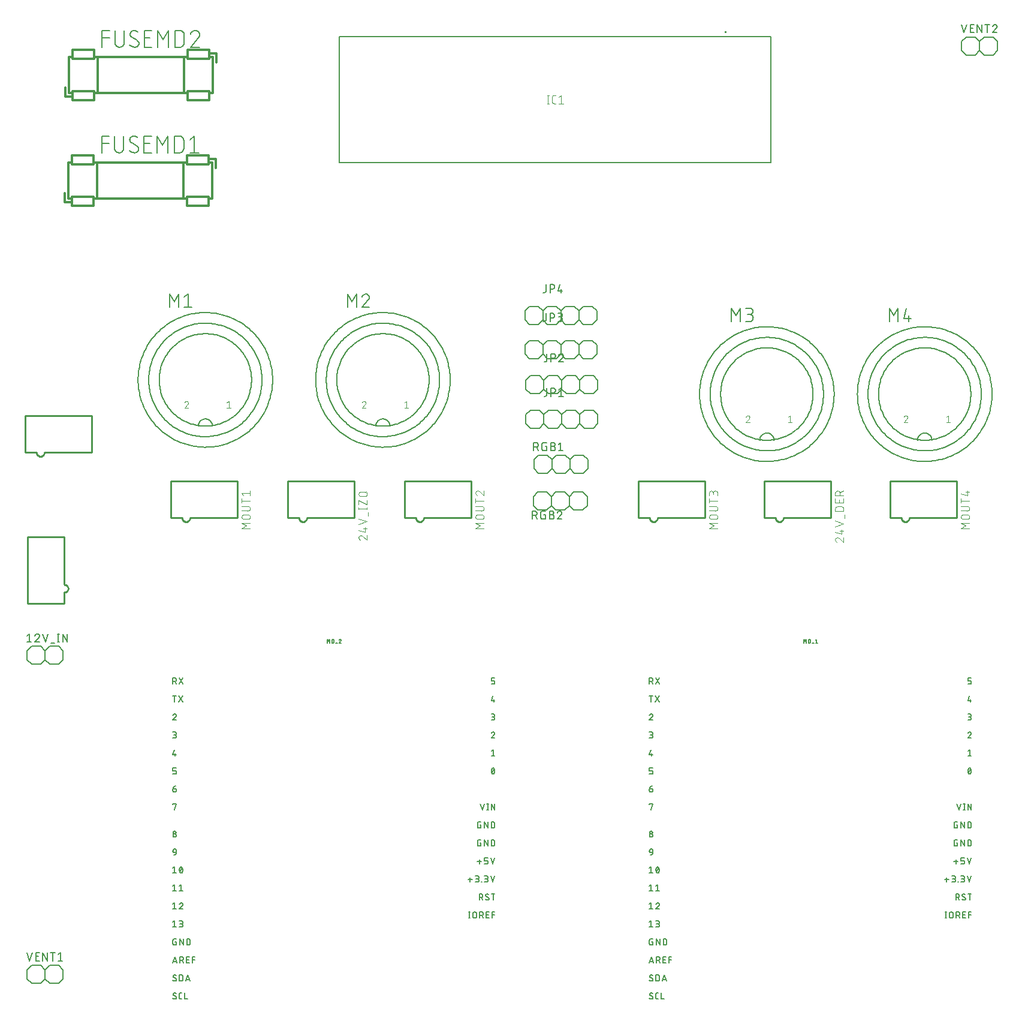
<source format=gbr>
G04 EAGLE Gerber RS-274X export*
G75*
%MOIN*%
%FSLAX34Y34*%
%LPD*%
%INSilkscreen Top*%
%IPPOS*%
%AMOC8*
5,1,8,0,0,1.08239X$1,22.5*%
G01*
%ADD10C,0.010000*%
%ADD11C,0.004000*%
%ADD12C,0.007874*%
%ADD13C,0.007874*%
%ADD14C,0.006000*%
%ADD15C,0.005000*%
%ADD16C,0.003000*%
%ADD17C,0.012000*%
%ADD18C,0.008000*%


D10*
X2863Y29346D02*
X4910Y29346D01*
X4910Y26709D01*
X4910Y26276D02*
X4910Y25646D01*
X2863Y25646D01*
X2863Y29346D01*
X4910Y26709D02*
X4938Y26707D01*
X4966Y26702D01*
X4993Y26692D01*
X5019Y26680D01*
X5042Y26664D01*
X5063Y26645D01*
X5082Y26624D01*
X5098Y26601D01*
X5110Y26575D01*
X5120Y26548D01*
X5125Y26520D01*
X5127Y26492D01*
X5125Y26464D01*
X5120Y26436D01*
X5110Y26409D01*
X5098Y26384D01*
X5082Y26360D01*
X5063Y26339D01*
X5042Y26320D01*
X5019Y26304D01*
X4993Y26292D01*
X4966Y26282D01*
X4938Y26277D01*
X4910Y26275D01*
X47539Y30415D02*
X47539Y32462D01*
X47539Y30415D02*
X44901Y30415D01*
X44468Y30415D02*
X43838Y30415D01*
X43838Y32462D01*
X47539Y32462D01*
X44902Y30415D02*
X44900Y30387D01*
X44895Y30359D01*
X44885Y30332D01*
X44873Y30307D01*
X44857Y30283D01*
X44838Y30262D01*
X44817Y30243D01*
X44794Y30227D01*
X44768Y30215D01*
X44741Y30205D01*
X44713Y30200D01*
X44685Y30198D01*
X44657Y30200D01*
X44629Y30205D01*
X44602Y30215D01*
X44577Y30227D01*
X44553Y30243D01*
X44532Y30262D01*
X44513Y30283D01*
X44497Y30307D01*
X44485Y30332D01*
X44475Y30359D01*
X44470Y30387D01*
X44468Y30415D01*
D11*
X47787Y29205D02*
X47789Y29225D01*
X47794Y29244D01*
X47802Y29263D01*
X47814Y29279D01*
X47828Y29293D01*
X47845Y29305D01*
X47863Y29313D01*
X47882Y29318D01*
X47902Y29320D01*
X47787Y29205D02*
X47789Y29182D01*
X47794Y29159D01*
X47803Y29138D01*
X47815Y29118D01*
X47830Y29100D01*
X47848Y29085D01*
X47868Y29073D01*
X47889Y29064D01*
X47992Y29283D02*
X47977Y29296D01*
X47960Y29307D01*
X47941Y29315D01*
X47922Y29319D01*
X47902Y29321D01*
X47992Y29282D02*
X48247Y29065D01*
X48247Y29320D01*
X48145Y29515D02*
X47787Y29617D01*
X48145Y29515D02*
X48145Y29770D01*
X48043Y29694D02*
X48247Y29694D01*
X48247Y30093D02*
X47787Y29939D01*
X47787Y30246D02*
X48247Y30093D01*
X48299Y30395D02*
X48299Y30600D01*
X48247Y30790D02*
X47787Y30790D01*
X47787Y30918D01*
X47789Y30938D01*
X47793Y30958D01*
X47801Y30976D01*
X47811Y30993D01*
X47824Y31009D01*
X47840Y31022D01*
X47857Y31032D01*
X47875Y31040D01*
X47895Y31044D01*
X47915Y31046D01*
X47915Y31045D02*
X48120Y31045D01*
X48120Y31046D02*
X48140Y31044D01*
X48160Y31040D01*
X48178Y31032D01*
X48195Y31022D01*
X48211Y31009D01*
X48224Y30993D01*
X48234Y30976D01*
X48242Y30958D01*
X48246Y30938D01*
X48248Y30918D01*
X48247Y30918D02*
X48247Y30790D01*
X48247Y31271D02*
X48247Y31475D01*
X48247Y31271D02*
X47787Y31271D01*
X47787Y31475D01*
X47992Y31424D02*
X47992Y31271D01*
X47787Y31663D02*
X48247Y31663D01*
X47787Y31663D02*
X47787Y31790D01*
X47789Y31811D01*
X47794Y31832D01*
X47802Y31851D01*
X47814Y31869D01*
X47828Y31884D01*
X47845Y31897D01*
X47864Y31907D01*
X47884Y31914D01*
X47904Y31918D01*
X47926Y31918D01*
X47946Y31914D01*
X47966Y31907D01*
X47985Y31897D01*
X48002Y31884D01*
X48016Y31869D01*
X48028Y31851D01*
X48036Y31832D01*
X48041Y31811D01*
X48043Y31790D01*
X48043Y31663D01*
X48043Y31816D02*
X48247Y31918D01*
D10*
X21039Y32462D02*
X21039Y30415D01*
X18401Y30415D01*
X17968Y30415D02*
X17338Y30415D01*
X17338Y32462D01*
X21039Y32462D01*
X18402Y30415D02*
X18400Y30387D01*
X18395Y30359D01*
X18385Y30332D01*
X18373Y30307D01*
X18357Y30283D01*
X18338Y30262D01*
X18317Y30243D01*
X18294Y30227D01*
X18268Y30215D01*
X18241Y30205D01*
X18213Y30200D01*
X18185Y30198D01*
X18157Y30200D01*
X18129Y30205D01*
X18102Y30215D01*
X18077Y30227D01*
X18053Y30243D01*
X18032Y30262D01*
X18013Y30283D01*
X17997Y30307D01*
X17985Y30332D01*
X17975Y30359D01*
X17970Y30387D01*
X17968Y30415D01*
D11*
X21287Y29326D02*
X21289Y29346D01*
X21294Y29365D01*
X21302Y29384D01*
X21314Y29400D01*
X21328Y29414D01*
X21345Y29426D01*
X21363Y29434D01*
X21382Y29439D01*
X21402Y29441D01*
X21287Y29326D02*
X21289Y29303D01*
X21294Y29280D01*
X21303Y29259D01*
X21315Y29239D01*
X21330Y29221D01*
X21348Y29206D01*
X21368Y29194D01*
X21389Y29185D01*
X21492Y29403D02*
X21477Y29416D01*
X21460Y29427D01*
X21441Y29435D01*
X21422Y29439D01*
X21402Y29441D01*
X21492Y29402D02*
X21747Y29185D01*
X21747Y29441D01*
X21645Y29635D02*
X21287Y29737D01*
X21645Y29635D02*
X21645Y29891D01*
X21543Y29814D02*
X21747Y29814D01*
X21747Y30213D02*
X21287Y30060D01*
X21287Y30366D02*
X21747Y30213D01*
X21799Y30516D02*
X21799Y30720D01*
X21747Y30933D02*
X21287Y30933D01*
X21747Y30882D02*
X21747Y30984D01*
X21287Y30984D02*
X21287Y30882D01*
X21287Y31150D02*
X21287Y31406D01*
X21747Y31150D01*
X21747Y31406D01*
X21620Y31612D02*
X21415Y31612D01*
X21415Y31611D02*
X21394Y31613D01*
X21373Y31618D01*
X21354Y31626D01*
X21336Y31638D01*
X21321Y31652D01*
X21308Y31669D01*
X21298Y31688D01*
X21291Y31708D01*
X21287Y31728D01*
X21287Y31750D01*
X21291Y31770D01*
X21298Y31790D01*
X21308Y31809D01*
X21321Y31826D01*
X21336Y31840D01*
X21354Y31852D01*
X21373Y31860D01*
X21394Y31865D01*
X21415Y31867D01*
X21620Y31867D01*
X21641Y31865D01*
X21662Y31860D01*
X21681Y31852D01*
X21699Y31840D01*
X21714Y31826D01*
X21727Y31809D01*
X21737Y31790D01*
X21744Y31770D01*
X21748Y31750D01*
X21748Y31728D01*
X21744Y31708D01*
X21737Y31688D01*
X21727Y31669D01*
X21714Y31652D01*
X21699Y31638D01*
X21681Y31626D01*
X21662Y31618D01*
X21641Y31613D01*
X21620Y31611D01*
X21645Y31816D02*
X21747Y31918D01*
D10*
X6446Y34046D02*
X6446Y36093D01*
X6446Y34046D02*
X3808Y34046D01*
X3375Y34046D02*
X2745Y34046D01*
X2745Y36093D01*
X6446Y36093D01*
X3808Y34046D02*
X3806Y34018D01*
X3801Y33990D01*
X3791Y33963D01*
X3779Y33938D01*
X3763Y33914D01*
X3744Y33893D01*
X3723Y33874D01*
X3699Y33858D01*
X3674Y33846D01*
X3647Y33836D01*
X3619Y33831D01*
X3591Y33829D01*
X3563Y33831D01*
X3535Y33836D01*
X3508Y33846D01*
X3482Y33858D01*
X3459Y33874D01*
X3438Y33893D01*
X3419Y33914D01*
X3403Y33938D01*
X3391Y33963D01*
X3381Y33990D01*
X3376Y34018D01*
X3374Y34046D01*
D12*
X20220Y57169D02*
X44220Y57169D01*
X20220Y57169D02*
X20220Y50169D01*
X44220Y50169D01*
X44220Y57169D01*
D13*
X41720Y57417D03*
D12*
X41721Y57417D02*
X41719Y57425D01*
X41715Y57431D01*
X41709Y57435D01*
X41701Y57437D01*
X41693Y57435D01*
X41687Y57431D01*
X41683Y57425D01*
X41681Y57417D01*
D13*
X41681Y57417D03*
D12*
X41683Y57409D01*
X41687Y57403D01*
X41693Y57399D01*
X41701Y57397D01*
X41709Y57399D01*
X41715Y57403D01*
X41719Y57409D01*
X41721Y57417D01*
D13*
X41720Y57417D03*
D12*
X41721Y57417D02*
X41719Y57425D01*
X41715Y57431D01*
X41709Y57435D01*
X41701Y57437D01*
X41693Y57435D01*
X41687Y57431D01*
X41683Y57425D01*
X41681Y57417D01*
D11*
X31815Y53899D02*
X31815Y53439D01*
X31764Y53439D02*
X31866Y53439D01*
X31866Y53899D02*
X31764Y53899D01*
X32148Y53439D02*
X32250Y53439D01*
X32148Y53440D02*
X32130Y53442D01*
X32113Y53446D01*
X32097Y53454D01*
X32082Y53464D01*
X32070Y53476D01*
X32060Y53491D01*
X32052Y53507D01*
X32048Y53524D01*
X32046Y53542D01*
X32046Y53797D01*
X32048Y53817D01*
X32054Y53836D01*
X32063Y53854D01*
X32076Y53869D01*
X32091Y53882D01*
X32109Y53891D01*
X32128Y53897D01*
X32148Y53899D01*
X32250Y53899D01*
X32422Y53797D02*
X32550Y53899D01*
X32550Y53439D01*
X32677Y53439D02*
X32422Y53439D01*
D14*
X54528Y12366D02*
X54584Y12366D01*
X54584Y12177D01*
X54471Y12177D01*
X54471Y12176D02*
X54456Y12177D01*
X54442Y12182D01*
X54429Y12189D01*
X54417Y12198D01*
X54408Y12210D01*
X54401Y12223D01*
X54396Y12237D01*
X54395Y12252D01*
X54396Y12252D02*
X54396Y12441D01*
X54395Y12441D02*
X54397Y12458D01*
X54403Y12474D01*
X54412Y12488D01*
X54424Y12500D01*
X54438Y12509D01*
X54454Y12515D01*
X54471Y12517D01*
X54584Y12517D01*
X54780Y12517D02*
X54780Y12177D01*
X54968Y12177D02*
X54780Y12517D01*
X54968Y12517D02*
X54968Y12177D01*
X55164Y12177D02*
X55164Y12517D01*
X55258Y12517D01*
X55258Y12516D02*
X55276Y12514D01*
X55294Y12509D01*
X55310Y12500D01*
X55324Y12488D01*
X55336Y12474D01*
X55345Y12458D01*
X55350Y12440D01*
X55352Y12422D01*
X55352Y12271D01*
X55350Y12253D01*
X55345Y12235D01*
X55336Y12219D01*
X55324Y12205D01*
X55310Y12193D01*
X55294Y12184D01*
X55276Y12179D01*
X55258Y12177D01*
X55164Y12177D01*
X54584Y13366D02*
X54528Y13366D01*
X54584Y13366D02*
X54584Y13177D01*
X54471Y13177D01*
X54471Y13176D02*
X54456Y13177D01*
X54442Y13182D01*
X54429Y13189D01*
X54417Y13198D01*
X54408Y13210D01*
X54401Y13223D01*
X54396Y13237D01*
X54395Y13252D01*
X54396Y13252D02*
X54396Y13441D01*
X54395Y13441D02*
X54397Y13458D01*
X54403Y13474D01*
X54412Y13488D01*
X54424Y13500D01*
X54438Y13509D01*
X54454Y13515D01*
X54471Y13517D01*
X54584Y13517D01*
X54780Y13517D02*
X54780Y13177D01*
X54968Y13177D02*
X54780Y13517D01*
X54968Y13517D02*
X54968Y13177D01*
X55164Y13177D02*
X55164Y13517D01*
X55258Y13517D01*
X55258Y13516D02*
X55276Y13514D01*
X55294Y13509D01*
X55310Y13500D01*
X55324Y13488D01*
X55336Y13474D01*
X55345Y13458D01*
X55350Y13440D01*
X55352Y13422D01*
X55352Y13271D01*
X55350Y13253D01*
X55345Y13235D01*
X55336Y13219D01*
X55324Y13205D01*
X55310Y13193D01*
X55294Y13184D01*
X55276Y13179D01*
X55258Y13177D01*
X55164Y13177D01*
X54608Y11309D02*
X54382Y11309D01*
X54495Y11196D02*
X54495Y11422D01*
X54785Y11177D02*
X54898Y11177D01*
X54898Y11176D02*
X54913Y11177D01*
X54927Y11182D01*
X54940Y11189D01*
X54952Y11198D01*
X54961Y11210D01*
X54968Y11223D01*
X54973Y11237D01*
X54974Y11252D01*
X54974Y11290D01*
X54973Y11305D01*
X54968Y11319D01*
X54961Y11332D01*
X54952Y11344D01*
X54940Y11353D01*
X54927Y11360D01*
X54913Y11365D01*
X54898Y11366D01*
X54785Y11366D01*
X54785Y11517D01*
X54974Y11517D01*
X55126Y11517D02*
X55239Y11177D01*
X55352Y11517D01*
X54495Y9517D02*
X54495Y9177D01*
X54495Y9517D02*
X54589Y9517D01*
X54589Y9516D02*
X54607Y9514D01*
X54625Y9509D01*
X54641Y9500D01*
X54655Y9488D01*
X54667Y9474D01*
X54676Y9458D01*
X54681Y9440D01*
X54683Y9422D01*
X54681Y9404D01*
X54676Y9386D01*
X54667Y9370D01*
X54655Y9356D01*
X54641Y9344D01*
X54625Y9335D01*
X54607Y9330D01*
X54589Y9328D01*
X54495Y9328D01*
X54608Y9328D02*
X54684Y9177D01*
X54953Y9176D02*
X54970Y9178D01*
X54986Y9184D01*
X55000Y9193D01*
X55012Y9205D01*
X55021Y9219D01*
X55027Y9235D01*
X55029Y9252D01*
X54953Y9176D02*
X54932Y9177D01*
X54911Y9182D01*
X54891Y9188D01*
X54873Y9198D01*
X54855Y9209D01*
X54839Y9223D01*
X54849Y9441D02*
X54850Y9456D01*
X54855Y9470D01*
X54862Y9483D01*
X54871Y9495D01*
X54883Y9504D01*
X54896Y9511D01*
X54910Y9516D01*
X54925Y9517D01*
X54948Y9515D01*
X54970Y9510D01*
X54991Y9501D01*
X55010Y9489D01*
X54887Y9375D02*
X54874Y9384D01*
X54863Y9396D01*
X54856Y9410D01*
X54851Y9425D01*
X54849Y9441D01*
X54991Y9318D02*
X55004Y9309D01*
X55015Y9297D01*
X55022Y9283D01*
X55027Y9268D01*
X55029Y9252D01*
X54991Y9318D02*
X54887Y9375D01*
X55258Y9517D02*
X55258Y9177D01*
X55164Y9517D02*
X55352Y9517D01*
X54670Y14177D02*
X54557Y14517D01*
X54783Y14517D02*
X54670Y14177D01*
X54958Y14177D02*
X54958Y14517D01*
X54920Y14177D02*
X54996Y14177D01*
X54996Y14517D02*
X54920Y14517D01*
X55164Y14517D02*
X55164Y14177D01*
X55352Y14177D02*
X55164Y14517D01*
X55352Y14517D02*
X55352Y14177D01*
X54104Y10309D02*
X53878Y10309D01*
X53991Y10196D02*
X53991Y10422D01*
X54281Y10177D02*
X54375Y10177D01*
X54393Y10179D01*
X54411Y10184D01*
X54427Y10193D01*
X54441Y10205D01*
X54453Y10219D01*
X54462Y10235D01*
X54467Y10253D01*
X54469Y10271D01*
X54467Y10289D01*
X54462Y10307D01*
X54453Y10323D01*
X54441Y10337D01*
X54427Y10349D01*
X54411Y10358D01*
X54393Y10363D01*
X54375Y10365D01*
X54394Y10517D02*
X54281Y10517D01*
X54394Y10517D02*
X54410Y10515D01*
X54425Y10510D01*
X54439Y10502D01*
X54450Y10492D01*
X54460Y10479D01*
X54466Y10464D01*
X54470Y10449D01*
X54470Y10433D01*
X54466Y10418D01*
X54460Y10403D01*
X54450Y10390D01*
X54439Y10380D01*
X54425Y10372D01*
X54410Y10367D01*
X54394Y10365D01*
X54394Y10366D02*
X54318Y10366D01*
X54618Y10196D02*
X54618Y10177D01*
X54618Y10196D02*
X54637Y10196D01*
X54637Y10177D01*
X54618Y10177D01*
X54785Y10177D02*
X54879Y10177D01*
X54897Y10179D01*
X54915Y10184D01*
X54931Y10193D01*
X54945Y10205D01*
X54957Y10219D01*
X54966Y10235D01*
X54971Y10253D01*
X54973Y10271D01*
X54971Y10289D01*
X54966Y10307D01*
X54957Y10323D01*
X54945Y10337D01*
X54931Y10349D01*
X54915Y10358D01*
X54897Y10363D01*
X54879Y10365D01*
X54898Y10517D02*
X54785Y10517D01*
X54898Y10517D02*
X54914Y10515D01*
X54929Y10510D01*
X54943Y10502D01*
X54954Y10492D01*
X54964Y10479D01*
X54970Y10464D01*
X54974Y10449D01*
X54974Y10433D01*
X54970Y10418D01*
X54964Y10403D01*
X54954Y10390D01*
X54943Y10380D01*
X54929Y10372D01*
X54914Y10367D01*
X54898Y10365D01*
X54898Y10366D02*
X54822Y10366D01*
X55126Y10517D02*
X55239Y10177D01*
X55352Y10517D01*
X55164Y16347D02*
X55166Y16379D01*
X55171Y16410D01*
X55180Y16440D01*
X55192Y16470D01*
X55198Y16483D01*
X55206Y16494D01*
X55217Y16504D01*
X55230Y16511D01*
X55244Y16516D01*
X55258Y16517D01*
X55272Y16516D01*
X55286Y16511D01*
X55299Y16504D01*
X55310Y16494D01*
X55318Y16483D01*
X55324Y16470D01*
X55336Y16440D01*
X55345Y16410D01*
X55350Y16379D01*
X55352Y16347D01*
X55164Y16347D02*
X55166Y16315D01*
X55171Y16284D01*
X55180Y16254D01*
X55192Y16224D01*
X55198Y16211D01*
X55206Y16200D01*
X55217Y16190D01*
X55230Y16183D01*
X55244Y16178D01*
X55258Y16177D01*
X55324Y16224D02*
X55336Y16254D01*
X55345Y16284D01*
X55350Y16315D01*
X55352Y16347D01*
X55324Y16224D02*
X55318Y16211D01*
X55310Y16200D01*
X55299Y16190D01*
X55286Y16183D01*
X55272Y16178D01*
X55258Y16177D01*
X55182Y16252D02*
X55334Y16441D01*
X55164Y17441D02*
X55258Y17517D01*
X55258Y17177D01*
X55164Y17177D02*
X55352Y17177D01*
X55352Y18432D02*
X55350Y18449D01*
X55346Y18465D01*
X55338Y18479D01*
X55327Y18492D01*
X55314Y18503D01*
X55300Y18511D01*
X55284Y18515D01*
X55267Y18517D01*
X55267Y18516D02*
X55248Y18514D01*
X55229Y18509D01*
X55211Y18501D01*
X55195Y18489D01*
X55182Y18475D01*
X55171Y18459D01*
X55163Y18441D01*
X55324Y18366D02*
X55336Y18380D01*
X55345Y18396D01*
X55350Y18414D01*
X55352Y18432D01*
X55324Y18366D02*
X55164Y18177D01*
X55352Y18177D01*
X55258Y19177D02*
X55164Y19177D01*
X55258Y19177D02*
X55276Y19179D01*
X55294Y19184D01*
X55310Y19193D01*
X55324Y19205D01*
X55336Y19219D01*
X55345Y19235D01*
X55350Y19253D01*
X55352Y19271D01*
X55350Y19289D01*
X55345Y19307D01*
X55336Y19323D01*
X55324Y19337D01*
X55310Y19349D01*
X55294Y19358D01*
X55276Y19363D01*
X55258Y19365D01*
X55277Y19517D02*
X55164Y19517D01*
X55277Y19517D02*
X55293Y19515D01*
X55308Y19510D01*
X55322Y19502D01*
X55333Y19492D01*
X55343Y19479D01*
X55349Y19464D01*
X55353Y19449D01*
X55353Y19433D01*
X55349Y19418D01*
X55343Y19403D01*
X55333Y19390D01*
X55322Y19380D01*
X55308Y19372D01*
X55293Y19367D01*
X55277Y19365D01*
X55277Y19366D02*
X55201Y19366D01*
X55164Y20252D02*
X55239Y20517D01*
X55164Y20252D02*
X55352Y20252D01*
X55296Y20177D02*
X55296Y20328D01*
X55277Y21177D02*
X55164Y21177D01*
X55277Y21176D02*
X55292Y21177D01*
X55306Y21182D01*
X55319Y21189D01*
X55331Y21198D01*
X55340Y21210D01*
X55347Y21223D01*
X55352Y21237D01*
X55353Y21252D01*
X55352Y21252D02*
X55352Y21290D01*
X55353Y21290D02*
X55352Y21305D01*
X55347Y21319D01*
X55340Y21332D01*
X55331Y21344D01*
X55319Y21353D01*
X55306Y21360D01*
X55292Y21365D01*
X55277Y21366D01*
X55164Y21366D01*
X55164Y21517D01*
X55352Y21517D01*
X37646Y6866D02*
X37590Y6866D01*
X37646Y6866D02*
X37646Y6677D01*
X37533Y6677D01*
X37533Y6676D02*
X37518Y6677D01*
X37504Y6682D01*
X37491Y6689D01*
X37479Y6698D01*
X37470Y6710D01*
X37463Y6723D01*
X37458Y6737D01*
X37457Y6752D01*
X37457Y6941D01*
X37459Y6958D01*
X37465Y6974D01*
X37474Y6988D01*
X37486Y7000D01*
X37500Y7009D01*
X37516Y7015D01*
X37533Y7017D01*
X37646Y7017D01*
X37841Y7017D02*
X37841Y6677D01*
X38030Y6677D02*
X37841Y7017D01*
X38030Y7017D02*
X38030Y6677D01*
X38225Y6677D02*
X38225Y7017D01*
X38320Y7017D01*
X38320Y7016D02*
X38338Y7014D01*
X38356Y7009D01*
X38372Y7000D01*
X38386Y6988D01*
X38398Y6974D01*
X38407Y6958D01*
X38412Y6940D01*
X38414Y6922D01*
X38414Y6771D01*
X38412Y6753D01*
X38407Y6735D01*
X38398Y6719D01*
X38386Y6705D01*
X38372Y6693D01*
X38356Y6684D01*
X38338Y6679D01*
X38320Y6677D01*
X38225Y6677D01*
X37457Y7941D02*
X37552Y8017D01*
X37552Y7677D01*
X37646Y7677D02*
X37457Y7677D01*
X37817Y7677D02*
X37912Y7677D01*
X37930Y7679D01*
X37948Y7684D01*
X37964Y7693D01*
X37978Y7705D01*
X37990Y7719D01*
X37999Y7735D01*
X38004Y7753D01*
X38006Y7771D01*
X38004Y7789D01*
X37999Y7807D01*
X37990Y7823D01*
X37978Y7837D01*
X37964Y7849D01*
X37948Y7858D01*
X37930Y7863D01*
X37912Y7865D01*
X37931Y8017D02*
X37817Y8017D01*
X37931Y8017D02*
X37947Y8015D01*
X37962Y8010D01*
X37976Y8002D01*
X37987Y7992D01*
X37997Y7979D01*
X38003Y7964D01*
X38007Y7949D01*
X38007Y7933D01*
X38003Y7918D01*
X37997Y7903D01*
X37987Y7890D01*
X37976Y7880D01*
X37962Y7872D01*
X37947Y7867D01*
X37931Y7865D01*
X37931Y7866D02*
X37855Y7866D01*
X37457Y8941D02*
X37552Y9017D01*
X37552Y8677D01*
X37646Y8677D02*
X37457Y8677D01*
X37921Y9017D02*
X37938Y9015D01*
X37954Y9011D01*
X37968Y9003D01*
X37981Y8992D01*
X37992Y8979D01*
X38000Y8965D01*
X38004Y8949D01*
X38006Y8932D01*
X37921Y9016D02*
X37902Y9014D01*
X37883Y9009D01*
X37865Y9001D01*
X37849Y8989D01*
X37836Y8975D01*
X37825Y8959D01*
X37817Y8941D01*
X37978Y8866D02*
X37990Y8880D01*
X37999Y8896D01*
X38004Y8914D01*
X38006Y8932D01*
X37978Y8866D02*
X37817Y8677D01*
X38006Y8677D01*
X37457Y9941D02*
X37552Y10017D01*
X37552Y9677D01*
X37646Y9677D02*
X37457Y9677D01*
X37817Y9941D02*
X37912Y10017D01*
X37912Y9677D01*
X38006Y9677D02*
X37817Y9677D01*
X37571Y6017D02*
X37457Y5677D01*
X37684Y5677D02*
X37571Y6017D01*
X37656Y5762D02*
X37486Y5762D01*
X37852Y5677D02*
X37852Y6017D01*
X37946Y6017D01*
X37946Y6016D02*
X37964Y6014D01*
X37982Y6009D01*
X37998Y6000D01*
X38012Y5988D01*
X38024Y5974D01*
X38033Y5958D01*
X38038Y5940D01*
X38040Y5922D01*
X38038Y5904D01*
X38033Y5886D01*
X38024Y5870D01*
X38012Y5856D01*
X37998Y5844D01*
X37982Y5835D01*
X37964Y5830D01*
X37946Y5828D01*
X37852Y5828D01*
X37965Y5828D02*
X38041Y5677D01*
X38221Y5677D02*
X38372Y5677D01*
X38221Y5677D02*
X38221Y6017D01*
X38372Y6017D01*
X38335Y5866D02*
X38221Y5866D01*
X38533Y6017D02*
X38533Y5677D01*
X38533Y6017D02*
X38684Y6017D01*
X38684Y5866D02*
X38533Y5866D01*
X37457Y10941D02*
X37552Y11017D01*
X37552Y10677D01*
X37646Y10677D02*
X37457Y10677D01*
X37818Y10847D02*
X37820Y10879D01*
X37825Y10910D01*
X37834Y10940D01*
X37846Y10970D01*
X37852Y10983D01*
X37860Y10994D01*
X37871Y11004D01*
X37884Y11011D01*
X37898Y11016D01*
X37912Y11017D01*
X37926Y11016D01*
X37940Y11011D01*
X37953Y11004D01*
X37964Y10994D01*
X37972Y10983D01*
X37978Y10970D01*
X37990Y10940D01*
X37999Y10910D01*
X38004Y10879D01*
X38006Y10847D01*
X37818Y10847D02*
X37820Y10815D01*
X37825Y10784D01*
X37834Y10754D01*
X37846Y10724D01*
X37852Y10711D01*
X37860Y10700D01*
X37871Y10690D01*
X37884Y10683D01*
X37898Y10678D01*
X37912Y10677D01*
X37978Y10724D02*
X37990Y10754D01*
X37999Y10784D01*
X38004Y10815D01*
X38006Y10847D01*
X37978Y10724D02*
X37972Y10711D01*
X37964Y10700D01*
X37953Y10690D01*
X37940Y10683D01*
X37926Y10678D01*
X37912Y10677D01*
X37836Y10752D02*
X37987Y10941D01*
X37646Y11828D02*
X37533Y11828D01*
X37533Y11827D02*
X37518Y11828D01*
X37504Y11833D01*
X37491Y11840D01*
X37479Y11849D01*
X37470Y11861D01*
X37463Y11874D01*
X37458Y11888D01*
X37457Y11903D01*
X37457Y11922D01*
X37458Y11922D02*
X37460Y11940D01*
X37465Y11958D01*
X37474Y11974D01*
X37486Y11988D01*
X37500Y12000D01*
X37516Y12009D01*
X37534Y12014D01*
X37552Y12016D01*
X37570Y12014D01*
X37588Y12009D01*
X37604Y12000D01*
X37618Y11988D01*
X37630Y11974D01*
X37639Y11958D01*
X37644Y11940D01*
X37646Y11922D01*
X37646Y11828D01*
X37644Y11804D01*
X37639Y11781D01*
X37630Y11759D01*
X37617Y11739D01*
X37602Y11721D01*
X37584Y11706D01*
X37564Y11693D01*
X37542Y11684D01*
X37519Y11679D01*
X37495Y11677D01*
X37458Y12771D02*
X37460Y12789D01*
X37465Y12807D01*
X37474Y12823D01*
X37486Y12837D01*
X37500Y12849D01*
X37516Y12858D01*
X37534Y12863D01*
X37552Y12865D01*
X37570Y12863D01*
X37588Y12858D01*
X37604Y12849D01*
X37618Y12837D01*
X37630Y12823D01*
X37639Y12807D01*
X37644Y12789D01*
X37646Y12771D01*
X37644Y12753D01*
X37639Y12735D01*
X37630Y12719D01*
X37618Y12705D01*
X37604Y12693D01*
X37588Y12684D01*
X37570Y12679D01*
X37552Y12677D01*
X37534Y12679D01*
X37516Y12684D01*
X37500Y12693D01*
X37486Y12705D01*
X37474Y12719D01*
X37465Y12735D01*
X37460Y12753D01*
X37458Y12771D01*
X37476Y12941D02*
X37478Y12957D01*
X37483Y12972D01*
X37491Y12986D01*
X37501Y12997D01*
X37514Y13007D01*
X37529Y13013D01*
X37544Y13017D01*
X37560Y13017D01*
X37575Y13013D01*
X37590Y13007D01*
X37603Y12997D01*
X37613Y12986D01*
X37621Y12972D01*
X37626Y12957D01*
X37628Y12941D01*
X37626Y12925D01*
X37621Y12910D01*
X37613Y12896D01*
X37603Y12885D01*
X37590Y12875D01*
X37575Y12869D01*
X37560Y12865D01*
X37544Y12865D01*
X37529Y12869D01*
X37514Y12875D01*
X37501Y12885D01*
X37491Y12896D01*
X37483Y12910D01*
X37478Y12925D01*
X37476Y12941D01*
X37457Y14479D02*
X37457Y14517D01*
X37646Y14517D01*
X37552Y14177D01*
X37571Y15366D02*
X37457Y15366D01*
X37571Y15366D02*
X37586Y15365D01*
X37600Y15360D01*
X37613Y15353D01*
X37625Y15344D01*
X37634Y15332D01*
X37641Y15319D01*
X37646Y15305D01*
X37647Y15290D01*
X37646Y15290D02*
X37646Y15271D01*
X37644Y15253D01*
X37639Y15235D01*
X37630Y15219D01*
X37618Y15205D01*
X37604Y15193D01*
X37588Y15184D01*
X37570Y15179D01*
X37552Y15177D01*
X37534Y15179D01*
X37516Y15184D01*
X37500Y15193D01*
X37486Y15205D01*
X37474Y15219D01*
X37465Y15235D01*
X37460Y15253D01*
X37458Y15271D01*
X37457Y15271D02*
X37457Y15366D01*
X37458Y15366D02*
X37460Y15390D01*
X37465Y15413D01*
X37474Y15435D01*
X37487Y15455D01*
X37502Y15473D01*
X37520Y15488D01*
X37540Y15501D01*
X37562Y15510D01*
X37585Y15515D01*
X37609Y15517D01*
X37571Y16177D02*
X37457Y16177D01*
X37571Y16176D02*
X37586Y16177D01*
X37600Y16182D01*
X37613Y16189D01*
X37625Y16198D01*
X37634Y16210D01*
X37641Y16223D01*
X37646Y16237D01*
X37647Y16252D01*
X37646Y16252D02*
X37646Y16290D01*
X37647Y16290D02*
X37646Y16305D01*
X37641Y16319D01*
X37634Y16332D01*
X37625Y16344D01*
X37613Y16353D01*
X37600Y16360D01*
X37586Y16365D01*
X37571Y16366D01*
X37457Y16366D01*
X37457Y16517D01*
X37646Y16517D01*
X37457Y17252D02*
X37533Y17517D01*
X37457Y17252D02*
X37646Y17252D01*
X37590Y17177D02*
X37590Y17328D01*
X37552Y18177D02*
X37457Y18177D01*
X37552Y18177D02*
X37570Y18179D01*
X37588Y18184D01*
X37604Y18193D01*
X37618Y18205D01*
X37630Y18219D01*
X37639Y18235D01*
X37644Y18253D01*
X37646Y18271D01*
X37644Y18289D01*
X37639Y18307D01*
X37630Y18323D01*
X37618Y18337D01*
X37604Y18349D01*
X37588Y18358D01*
X37570Y18363D01*
X37552Y18365D01*
X37571Y18517D02*
X37457Y18517D01*
X37571Y18517D02*
X37587Y18515D01*
X37602Y18510D01*
X37616Y18502D01*
X37627Y18492D01*
X37637Y18479D01*
X37643Y18464D01*
X37647Y18449D01*
X37647Y18433D01*
X37643Y18418D01*
X37637Y18403D01*
X37627Y18390D01*
X37616Y18380D01*
X37602Y18372D01*
X37587Y18367D01*
X37571Y18365D01*
X37571Y18366D02*
X37495Y18366D01*
X37646Y19432D02*
X37644Y19449D01*
X37640Y19465D01*
X37632Y19479D01*
X37621Y19492D01*
X37608Y19503D01*
X37594Y19511D01*
X37578Y19515D01*
X37561Y19517D01*
X37561Y19516D02*
X37542Y19514D01*
X37523Y19509D01*
X37505Y19501D01*
X37489Y19489D01*
X37476Y19475D01*
X37465Y19459D01*
X37457Y19441D01*
X37618Y19366D02*
X37630Y19380D01*
X37639Y19396D01*
X37644Y19414D01*
X37646Y19432D01*
X37618Y19366D02*
X37457Y19177D01*
X37646Y19177D01*
X37552Y20177D02*
X37552Y20517D01*
X37646Y20517D02*
X37457Y20517D01*
X37775Y20177D02*
X38001Y20517D01*
X37775Y20517D02*
X38001Y20177D01*
X37457Y21177D02*
X37457Y21517D01*
X37552Y21517D01*
X37552Y21516D02*
X37570Y21514D01*
X37588Y21509D01*
X37604Y21500D01*
X37618Y21488D01*
X37630Y21474D01*
X37639Y21458D01*
X37644Y21440D01*
X37646Y21422D01*
X37644Y21404D01*
X37639Y21386D01*
X37630Y21370D01*
X37618Y21356D01*
X37604Y21344D01*
X37588Y21335D01*
X37570Y21330D01*
X37552Y21328D01*
X37457Y21328D01*
X37571Y21328D02*
X37646Y21177D01*
X37795Y21177D02*
X38022Y21517D01*
X37795Y21517D02*
X38022Y21177D01*
X37647Y4752D02*
X37645Y4735D01*
X37639Y4719D01*
X37630Y4705D01*
X37618Y4693D01*
X37604Y4684D01*
X37588Y4678D01*
X37571Y4676D01*
X37550Y4677D01*
X37529Y4682D01*
X37509Y4688D01*
X37491Y4698D01*
X37473Y4709D01*
X37457Y4723D01*
X37466Y4941D02*
X37467Y4956D01*
X37472Y4970D01*
X37479Y4983D01*
X37488Y4995D01*
X37500Y5004D01*
X37513Y5011D01*
X37527Y5016D01*
X37542Y5017D01*
X37565Y5015D01*
X37587Y5010D01*
X37608Y5001D01*
X37627Y4989D01*
X37505Y4875D02*
X37492Y4884D01*
X37481Y4896D01*
X37474Y4910D01*
X37469Y4925D01*
X37467Y4941D01*
X37609Y4818D02*
X37622Y4809D01*
X37633Y4797D01*
X37640Y4783D01*
X37645Y4768D01*
X37647Y4752D01*
X37609Y4818D02*
X37505Y4875D01*
X37817Y5017D02*
X37817Y4677D01*
X37817Y5017D02*
X37912Y5017D01*
X37912Y5016D02*
X37930Y5014D01*
X37948Y5009D01*
X37964Y5000D01*
X37978Y4988D01*
X37990Y4974D01*
X37999Y4958D01*
X38004Y4940D01*
X38006Y4922D01*
X38006Y4771D01*
X38004Y4753D01*
X37999Y4735D01*
X37990Y4719D01*
X37978Y4705D01*
X37964Y4693D01*
X37948Y4684D01*
X37930Y4679D01*
X37912Y4677D01*
X37817Y4677D01*
X38171Y4677D02*
X38284Y5017D01*
X38397Y4677D01*
X38369Y4762D02*
X38199Y4762D01*
X37647Y3752D02*
X37645Y3735D01*
X37639Y3719D01*
X37630Y3705D01*
X37618Y3693D01*
X37604Y3684D01*
X37588Y3678D01*
X37571Y3676D01*
X37550Y3677D01*
X37529Y3682D01*
X37509Y3688D01*
X37491Y3698D01*
X37473Y3709D01*
X37457Y3723D01*
X37466Y3941D02*
X37467Y3956D01*
X37472Y3970D01*
X37479Y3983D01*
X37488Y3995D01*
X37500Y4004D01*
X37513Y4011D01*
X37527Y4016D01*
X37542Y4017D01*
X37565Y4015D01*
X37587Y4010D01*
X37608Y4001D01*
X37627Y3989D01*
X37505Y3875D02*
X37492Y3884D01*
X37481Y3896D01*
X37474Y3910D01*
X37469Y3925D01*
X37467Y3941D01*
X37609Y3818D02*
X37622Y3809D01*
X37633Y3797D01*
X37640Y3783D01*
X37645Y3768D01*
X37647Y3752D01*
X37609Y3818D02*
X37505Y3875D01*
X37880Y3677D02*
X37955Y3677D01*
X37880Y3676D02*
X37865Y3677D01*
X37851Y3682D01*
X37838Y3689D01*
X37826Y3698D01*
X37817Y3710D01*
X37810Y3723D01*
X37805Y3737D01*
X37804Y3752D01*
X37804Y3941D01*
X37806Y3958D01*
X37812Y3974D01*
X37821Y3988D01*
X37833Y4000D01*
X37847Y4009D01*
X37863Y4015D01*
X37880Y4017D01*
X37955Y4017D01*
X38118Y4017D02*
X38118Y3677D01*
X38270Y3677D01*
X53951Y8177D02*
X53951Y8517D01*
X53913Y8177D02*
X53989Y8177D01*
X53989Y8517D02*
X53913Y8517D01*
X54144Y8422D02*
X54144Y8271D01*
X54145Y8422D02*
X54147Y8440D01*
X54152Y8458D01*
X54161Y8474D01*
X54173Y8488D01*
X54187Y8500D01*
X54203Y8509D01*
X54221Y8514D01*
X54239Y8516D01*
X54257Y8514D01*
X54275Y8509D01*
X54291Y8500D01*
X54305Y8488D01*
X54317Y8474D01*
X54326Y8458D01*
X54331Y8440D01*
X54333Y8422D01*
X54333Y8271D01*
X54331Y8253D01*
X54326Y8235D01*
X54317Y8219D01*
X54305Y8205D01*
X54291Y8193D01*
X54275Y8184D01*
X54257Y8179D01*
X54239Y8177D01*
X54221Y8179D01*
X54203Y8184D01*
X54187Y8193D01*
X54173Y8205D01*
X54161Y8219D01*
X54152Y8235D01*
X54147Y8253D01*
X54145Y8271D01*
X54520Y8177D02*
X54520Y8517D01*
X54614Y8517D01*
X54614Y8516D02*
X54632Y8514D01*
X54650Y8509D01*
X54666Y8500D01*
X54680Y8488D01*
X54692Y8474D01*
X54701Y8458D01*
X54706Y8440D01*
X54708Y8422D01*
X54706Y8404D01*
X54701Y8386D01*
X54692Y8370D01*
X54680Y8356D01*
X54666Y8344D01*
X54650Y8335D01*
X54632Y8330D01*
X54614Y8328D01*
X54520Y8328D01*
X54633Y8328D02*
X54709Y8177D01*
X54889Y8177D02*
X55040Y8177D01*
X54889Y8177D02*
X54889Y8517D01*
X55040Y8517D01*
X55003Y8366D02*
X54889Y8366D01*
X55201Y8517D02*
X55201Y8177D01*
X55201Y8517D02*
X55352Y8517D01*
X55352Y8366D02*
X55201Y8366D01*
D15*
X46049Y23472D02*
X46049Y23662D01*
X46112Y23556D01*
X46176Y23662D01*
X46176Y23472D01*
X46304Y23472D02*
X46304Y23662D01*
X46357Y23662D01*
X46371Y23660D01*
X46384Y23655D01*
X46394Y23646D01*
X46403Y23636D01*
X46408Y23623D01*
X46410Y23609D01*
X46410Y23524D01*
X46408Y23510D01*
X46403Y23497D01*
X46394Y23487D01*
X46383Y23478D01*
X46371Y23473D01*
X46357Y23471D01*
X46357Y23472D02*
X46304Y23472D01*
X46517Y23451D02*
X46601Y23451D01*
X46700Y23619D02*
X46753Y23662D01*
X46753Y23472D01*
X46700Y23472D02*
X46806Y23472D01*
D14*
X28084Y12366D02*
X28028Y12366D01*
X28084Y12366D02*
X28084Y12177D01*
X27971Y12177D01*
X27971Y12176D02*
X27956Y12177D01*
X27942Y12182D01*
X27929Y12189D01*
X27917Y12198D01*
X27908Y12210D01*
X27901Y12223D01*
X27896Y12237D01*
X27895Y12252D01*
X27896Y12252D02*
X27896Y12441D01*
X27895Y12441D02*
X27897Y12458D01*
X27903Y12474D01*
X27912Y12488D01*
X27924Y12500D01*
X27938Y12509D01*
X27954Y12515D01*
X27971Y12517D01*
X28084Y12517D01*
X28280Y12517D02*
X28280Y12177D01*
X28468Y12177D02*
X28280Y12517D01*
X28468Y12517D02*
X28468Y12177D01*
X28664Y12177D02*
X28664Y12517D01*
X28758Y12517D01*
X28758Y12516D02*
X28776Y12514D01*
X28794Y12509D01*
X28810Y12500D01*
X28824Y12488D01*
X28836Y12474D01*
X28845Y12458D01*
X28850Y12440D01*
X28852Y12422D01*
X28852Y12271D01*
X28850Y12253D01*
X28845Y12235D01*
X28836Y12219D01*
X28824Y12205D01*
X28810Y12193D01*
X28794Y12184D01*
X28776Y12179D01*
X28758Y12177D01*
X28664Y12177D01*
X28084Y13366D02*
X28028Y13366D01*
X28084Y13366D02*
X28084Y13177D01*
X27971Y13177D01*
X27971Y13176D02*
X27956Y13177D01*
X27942Y13182D01*
X27929Y13189D01*
X27917Y13198D01*
X27908Y13210D01*
X27901Y13223D01*
X27896Y13237D01*
X27895Y13252D01*
X27896Y13252D02*
X27896Y13441D01*
X27895Y13441D02*
X27897Y13458D01*
X27903Y13474D01*
X27912Y13488D01*
X27924Y13500D01*
X27938Y13509D01*
X27954Y13515D01*
X27971Y13517D01*
X28084Y13517D01*
X28280Y13517D02*
X28280Y13177D01*
X28468Y13177D02*
X28280Y13517D01*
X28468Y13517D02*
X28468Y13177D01*
X28664Y13177D02*
X28664Y13517D01*
X28758Y13517D01*
X28758Y13516D02*
X28776Y13514D01*
X28794Y13509D01*
X28810Y13500D01*
X28824Y13488D01*
X28836Y13474D01*
X28845Y13458D01*
X28850Y13440D01*
X28852Y13422D01*
X28852Y13271D01*
X28850Y13253D01*
X28845Y13235D01*
X28836Y13219D01*
X28824Y13205D01*
X28810Y13193D01*
X28794Y13184D01*
X28776Y13179D01*
X28758Y13177D01*
X28664Y13177D01*
X28108Y11309D02*
X27882Y11309D01*
X27995Y11196D02*
X27995Y11422D01*
X28285Y11177D02*
X28398Y11177D01*
X28398Y11176D02*
X28413Y11177D01*
X28427Y11182D01*
X28440Y11189D01*
X28452Y11198D01*
X28461Y11210D01*
X28468Y11223D01*
X28473Y11237D01*
X28474Y11252D01*
X28474Y11290D01*
X28473Y11305D01*
X28468Y11319D01*
X28461Y11332D01*
X28452Y11344D01*
X28440Y11353D01*
X28427Y11360D01*
X28413Y11365D01*
X28398Y11366D01*
X28285Y11366D01*
X28285Y11517D01*
X28474Y11517D01*
X28626Y11517D02*
X28739Y11177D01*
X28852Y11517D01*
X27995Y9517D02*
X27995Y9177D01*
X27995Y9517D02*
X28089Y9517D01*
X28089Y9516D02*
X28107Y9514D01*
X28125Y9509D01*
X28141Y9500D01*
X28155Y9488D01*
X28167Y9474D01*
X28176Y9458D01*
X28181Y9440D01*
X28183Y9422D01*
X28181Y9404D01*
X28176Y9386D01*
X28167Y9370D01*
X28155Y9356D01*
X28141Y9344D01*
X28125Y9335D01*
X28107Y9330D01*
X28089Y9328D01*
X27995Y9328D01*
X28108Y9328D02*
X28184Y9177D01*
X28453Y9176D02*
X28470Y9178D01*
X28486Y9184D01*
X28500Y9193D01*
X28512Y9205D01*
X28521Y9219D01*
X28527Y9235D01*
X28529Y9252D01*
X28453Y9176D02*
X28432Y9177D01*
X28411Y9182D01*
X28391Y9188D01*
X28373Y9198D01*
X28355Y9209D01*
X28339Y9223D01*
X28349Y9441D02*
X28350Y9456D01*
X28355Y9470D01*
X28362Y9483D01*
X28371Y9495D01*
X28383Y9504D01*
X28396Y9511D01*
X28410Y9516D01*
X28425Y9517D01*
X28448Y9515D01*
X28470Y9510D01*
X28491Y9501D01*
X28510Y9489D01*
X28387Y9375D02*
X28374Y9384D01*
X28363Y9396D01*
X28356Y9410D01*
X28351Y9425D01*
X28349Y9441D01*
X28491Y9318D02*
X28504Y9309D01*
X28515Y9297D01*
X28522Y9283D01*
X28527Y9268D01*
X28529Y9252D01*
X28491Y9318D02*
X28387Y9375D01*
X28758Y9517D02*
X28758Y9177D01*
X28664Y9517D02*
X28852Y9517D01*
X28170Y14177D02*
X28057Y14517D01*
X28283Y14517D02*
X28170Y14177D01*
X28458Y14177D02*
X28458Y14517D01*
X28420Y14177D02*
X28496Y14177D01*
X28496Y14517D02*
X28420Y14517D01*
X28664Y14517D02*
X28664Y14177D01*
X28852Y14177D02*
X28664Y14517D01*
X28852Y14517D02*
X28852Y14177D01*
X27604Y10309D02*
X27378Y10309D01*
X27491Y10196D02*
X27491Y10422D01*
X27781Y10177D02*
X27875Y10177D01*
X27893Y10179D01*
X27911Y10184D01*
X27927Y10193D01*
X27941Y10205D01*
X27953Y10219D01*
X27962Y10235D01*
X27967Y10253D01*
X27969Y10271D01*
X27967Y10289D01*
X27962Y10307D01*
X27953Y10323D01*
X27941Y10337D01*
X27927Y10349D01*
X27911Y10358D01*
X27893Y10363D01*
X27875Y10365D01*
X27894Y10517D02*
X27781Y10517D01*
X27894Y10517D02*
X27910Y10515D01*
X27925Y10510D01*
X27939Y10502D01*
X27950Y10492D01*
X27960Y10479D01*
X27966Y10464D01*
X27970Y10449D01*
X27970Y10433D01*
X27966Y10418D01*
X27960Y10403D01*
X27950Y10390D01*
X27939Y10380D01*
X27925Y10372D01*
X27910Y10367D01*
X27894Y10365D01*
X27894Y10366D02*
X27818Y10366D01*
X28118Y10196D02*
X28118Y10177D01*
X28118Y10196D02*
X28137Y10196D01*
X28137Y10177D01*
X28118Y10177D01*
X28285Y10177D02*
X28379Y10177D01*
X28397Y10179D01*
X28415Y10184D01*
X28431Y10193D01*
X28445Y10205D01*
X28457Y10219D01*
X28466Y10235D01*
X28471Y10253D01*
X28473Y10271D01*
X28471Y10289D01*
X28466Y10307D01*
X28457Y10323D01*
X28445Y10337D01*
X28431Y10349D01*
X28415Y10358D01*
X28397Y10363D01*
X28379Y10365D01*
X28398Y10517D02*
X28285Y10517D01*
X28398Y10517D02*
X28414Y10515D01*
X28429Y10510D01*
X28443Y10502D01*
X28454Y10492D01*
X28464Y10479D01*
X28470Y10464D01*
X28474Y10449D01*
X28474Y10433D01*
X28470Y10418D01*
X28464Y10403D01*
X28454Y10390D01*
X28443Y10380D01*
X28429Y10372D01*
X28414Y10367D01*
X28398Y10365D01*
X28398Y10366D02*
X28322Y10366D01*
X28626Y10517D02*
X28739Y10177D01*
X28852Y10517D01*
X28664Y16347D02*
X28666Y16379D01*
X28671Y16410D01*
X28680Y16440D01*
X28692Y16470D01*
X28698Y16483D01*
X28706Y16494D01*
X28717Y16504D01*
X28730Y16511D01*
X28744Y16516D01*
X28758Y16517D01*
X28772Y16516D01*
X28786Y16511D01*
X28799Y16504D01*
X28810Y16494D01*
X28818Y16483D01*
X28824Y16470D01*
X28836Y16440D01*
X28845Y16410D01*
X28850Y16379D01*
X28852Y16347D01*
X28664Y16347D02*
X28666Y16315D01*
X28671Y16284D01*
X28680Y16254D01*
X28692Y16224D01*
X28698Y16211D01*
X28706Y16200D01*
X28717Y16190D01*
X28730Y16183D01*
X28744Y16178D01*
X28758Y16177D01*
X28824Y16224D02*
X28836Y16254D01*
X28845Y16284D01*
X28850Y16315D01*
X28852Y16347D01*
X28824Y16224D02*
X28818Y16211D01*
X28810Y16200D01*
X28799Y16190D01*
X28786Y16183D01*
X28772Y16178D01*
X28758Y16177D01*
X28682Y16252D02*
X28834Y16441D01*
X28664Y17441D02*
X28758Y17517D01*
X28758Y17177D01*
X28664Y17177D02*
X28852Y17177D01*
X28852Y18432D02*
X28850Y18449D01*
X28846Y18465D01*
X28838Y18479D01*
X28827Y18492D01*
X28814Y18503D01*
X28800Y18511D01*
X28784Y18515D01*
X28767Y18517D01*
X28767Y18516D02*
X28748Y18514D01*
X28729Y18509D01*
X28711Y18501D01*
X28695Y18489D01*
X28682Y18475D01*
X28671Y18459D01*
X28663Y18441D01*
X28824Y18366D02*
X28836Y18380D01*
X28845Y18396D01*
X28850Y18414D01*
X28852Y18432D01*
X28824Y18366D02*
X28664Y18177D01*
X28852Y18177D01*
X28758Y19177D02*
X28664Y19177D01*
X28758Y19177D02*
X28776Y19179D01*
X28794Y19184D01*
X28810Y19193D01*
X28824Y19205D01*
X28836Y19219D01*
X28845Y19235D01*
X28850Y19253D01*
X28852Y19271D01*
X28850Y19289D01*
X28845Y19307D01*
X28836Y19323D01*
X28824Y19337D01*
X28810Y19349D01*
X28794Y19358D01*
X28776Y19363D01*
X28758Y19365D01*
X28777Y19517D02*
X28664Y19517D01*
X28777Y19517D02*
X28793Y19515D01*
X28808Y19510D01*
X28822Y19502D01*
X28833Y19492D01*
X28843Y19479D01*
X28849Y19464D01*
X28853Y19449D01*
X28853Y19433D01*
X28849Y19418D01*
X28843Y19403D01*
X28833Y19390D01*
X28822Y19380D01*
X28808Y19372D01*
X28793Y19367D01*
X28777Y19365D01*
X28777Y19366D02*
X28701Y19366D01*
X28664Y20252D02*
X28739Y20517D01*
X28664Y20252D02*
X28852Y20252D01*
X28796Y20177D02*
X28796Y20328D01*
X28777Y21177D02*
X28664Y21177D01*
X28777Y21176D02*
X28792Y21177D01*
X28806Y21182D01*
X28819Y21189D01*
X28831Y21198D01*
X28840Y21210D01*
X28847Y21223D01*
X28852Y21237D01*
X28853Y21252D01*
X28852Y21252D02*
X28852Y21290D01*
X28853Y21290D02*
X28852Y21305D01*
X28847Y21319D01*
X28840Y21332D01*
X28831Y21344D01*
X28819Y21353D01*
X28806Y21360D01*
X28792Y21365D01*
X28777Y21366D01*
X28664Y21366D01*
X28664Y21517D01*
X28852Y21517D01*
X11146Y6866D02*
X11090Y6866D01*
X11146Y6866D02*
X11146Y6677D01*
X11033Y6677D01*
X11033Y6676D02*
X11018Y6677D01*
X11004Y6682D01*
X10991Y6689D01*
X10979Y6698D01*
X10970Y6710D01*
X10963Y6723D01*
X10958Y6737D01*
X10957Y6752D01*
X10957Y6941D01*
X10959Y6958D01*
X10965Y6974D01*
X10974Y6988D01*
X10986Y7000D01*
X11000Y7009D01*
X11016Y7015D01*
X11033Y7017D01*
X11146Y7017D01*
X11341Y7017D02*
X11341Y6677D01*
X11530Y6677D02*
X11341Y7017D01*
X11530Y7017D02*
X11530Y6677D01*
X11725Y6677D02*
X11725Y7017D01*
X11820Y7017D01*
X11820Y7016D02*
X11838Y7014D01*
X11856Y7009D01*
X11872Y7000D01*
X11886Y6988D01*
X11898Y6974D01*
X11907Y6958D01*
X11912Y6940D01*
X11914Y6922D01*
X11914Y6771D01*
X11912Y6753D01*
X11907Y6735D01*
X11898Y6719D01*
X11886Y6705D01*
X11872Y6693D01*
X11856Y6684D01*
X11838Y6679D01*
X11820Y6677D01*
X11725Y6677D01*
X10957Y7941D02*
X11052Y8017D01*
X11052Y7677D01*
X11146Y7677D02*
X10957Y7677D01*
X11317Y7677D02*
X11412Y7677D01*
X11430Y7679D01*
X11448Y7684D01*
X11464Y7693D01*
X11478Y7705D01*
X11490Y7719D01*
X11499Y7735D01*
X11504Y7753D01*
X11506Y7771D01*
X11504Y7789D01*
X11499Y7807D01*
X11490Y7823D01*
X11478Y7837D01*
X11464Y7849D01*
X11448Y7858D01*
X11430Y7863D01*
X11412Y7865D01*
X11431Y8017D02*
X11317Y8017D01*
X11431Y8017D02*
X11447Y8015D01*
X11462Y8010D01*
X11476Y8002D01*
X11487Y7992D01*
X11497Y7979D01*
X11503Y7964D01*
X11507Y7949D01*
X11507Y7933D01*
X11503Y7918D01*
X11497Y7903D01*
X11487Y7890D01*
X11476Y7880D01*
X11462Y7872D01*
X11447Y7867D01*
X11431Y7865D01*
X11431Y7866D02*
X11355Y7866D01*
X10957Y8941D02*
X11052Y9017D01*
X11052Y8677D01*
X11146Y8677D02*
X10957Y8677D01*
X11421Y9017D02*
X11438Y9015D01*
X11454Y9011D01*
X11468Y9003D01*
X11481Y8992D01*
X11492Y8979D01*
X11500Y8965D01*
X11504Y8949D01*
X11506Y8932D01*
X11421Y9016D02*
X11402Y9014D01*
X11383Y9009D01*
X11365Y9001D01*
X11349Y8989D01*
X11336Y8975D01*
X11325Y8959D01*
X11317Y8941D01*
X11478Y8866D02*
X11490Y8880D01*
X11499Y8896D01*
X11504Y8914D01*
X11506Y8932D01*
X11478Y8866D02*
X11317Y8677D01*
X11506Y8677D01*
X10957Y9941D02*
X11052Y10017D01*
X11052Y9677D01*
X11146Y9677D02*
X10957Y9677D01*
X11317Y9941D02*
X11412Y10017D01*
X11412Y9677D01*
X11506Y9677D02*
X11317Y9677D01*
X11071Y6017D02*
X10957Y5677D01*
X11184Y5677D02*
X11071Y6017D01*
X11156Y5762D02*
X10986Y5762D01*
X11352Y5677D02*
X11352Y6017D01*
X11446Y6017D01*
X11446Y6016D02*
X11464Y6014D01*
X11482Y6009D01*
X11498Y6000D01*
X11512Y5988D01*
X11524Y5974D01*
X11533Y5958D01*
X11538Y5940D01*
X11540Y5922D01*
X11538Y5904D01*
X11533Y5886D01*
X11524Y5870D01*
X11512Y5856D01*
X11498Y5844D01*
X11482Y5835D01*
X11464Y5830D01*
X11446Y5828D01*
X11352Y5828D01*
X11465Y5828D02*
X11541Y5677D01*
X11721Y5677D02*
X11872Y5677D01*
X11721Y5677D02*
X11721Y6017D01*
X11872Y6017D01*
X11835Y5866D02*
X11721Y5866D01*
X12033Y6017D02*
X12033Y5677D01*
X12033Y6017D02*
X12184Y6017D01*
X12184Y5866D02*
X12033Y5866D01*
X10957Y10941D02*
X11052Y11017D01*
X11052Y10677D01*
X11146Y10677D02*
X10957Y10677D01*
X11318Y10847D02*
X11320Y10879D01*
X11325Y10910D01*
X11334Y10940D01*
X11346Y10970D01*
X11352Y10983D01*
X11360Y10994D01*
X11371Y11004D01*
X11384Y11011D01*
X11398Y11016D01*
X11412Y11017D01*
X11426Y11016D01*
X11440Y11011D01*
X11453Y11004D01*
X11464Y10994D01*
X11472Y10983D01*
X11478Y10970D01*
X11490Y10940D01*
X11499Y10910D01*
X11504Y10879D01*
X11506Y10847D01*
X11318Y10847D02*
X11320Y10815D01*
X11325Y10784D01*
X11334Y10754D01*
X11346Y10724D01*
X11352Y10711D01*
X11360Y10700D01*
X11371Y10690D01*
X11384Y10683D01*
X11398Y10678D01*
X11412Y10677D01*
X11478Y10724D02*
X11490Y10754D01*
X11499Y10784D01*
X11504Y10815D01*
X11506Y10847D01*
X11478Y10724D02*
X11472Y10711D01*
X11464Y10700D01*
X11453Y10690D01*
X11440Y10683D01*
X11426Y10678D01*
X11412Y10677D01*
X11336Y10752D02*
X11487Y10941D01*
X11146Y11828D02*
X11033Y11828D01*
X11033Y11827D02*
X11018Y11828D01*
X11004Y11833D01*
X10991Y11840D01*
X10979Y11849D01*
X10970Y11861D01*
X10963Y11874D01*
X10958Y11888D01*
X10957Y11903D01*
X10957Y11922D01*
X10958Y11922D02*
X10960Y11940D01*
X10965Y11958D01*
X10974Y11974D01*
X10986Y11988D01*
X11000Y12000D01*
X11016Y12009D01*
X11034Y12014D01*
X11052Y12016D01*
X11070Y12014D01*
X11088Y12009D01*
X11104Y12000D01*
X11118Y11988D01*
X11130Y11974D01*
X11139Y11958D01*
X11144Y11940D01*
X11146Y11922D01*
X11146Y11828D01*
X11144Y11804D01*
X11139Y11781D01*
X11130Y11759D01*
X11117Y11739D01*
X11102Y11721D01*
X11084Y11706D01*
X11064Y11693D01*
X11042Y11684D01*
X11019Y11679D01*
X10995Y11677D01*
X10958Y12771D02*
X10960Y12789D01*
X10965Y12807D01*
X10974Y12823D01*
X10986Y12837D01*
X11000Y12849D01*
X11016Y12858D01*
X11034Y12863D01*
X11052Y12865D01*
X11070Y12863D01*
X11088Y12858D01*
X11104Y12849D01*
X11118Y12837D01*
X11130Y12823D01*
X11139Y12807D01*
X11144Y12789D01*
X11146Y12771D01*
X11144Y12753D01*
X11139Y12735D01*
X11130Y12719D01*
X11118Y12705D01*
X11104Y12693D01*
X11088Y12684D01*
X11070Y12679D01*
X11052Y12677D01*
X11034Y12679D01*
X11016Y12684D01*
X11000Y12693D01*
X10986Y12705D01*
X10974Y12719D01*
X10965Y12735D01*
X10960Y12753D01*
X10958Y12771D01*
X10976Y12941D02*
X10978Y12957D01*
X10983Y12972D01*
X10991Y12986D01*
X11001Y12997D01*
X11014Y13007D01*
X11029Y13013D01*
X11044Y13017D01*
X11060Y13017D01*
X11075Y13013D01*
X11090Y13007D01*
X11103Y12997D01*
X11113Y12986D01*
X11121Y12972D01*
X11126Y12957D01*
X11128Y12941D01*
X11126Y12925D01*
X11121Y12910D01*
X11113Y12896D01*
X11103Y12885D01*
X11090Y12875D01*
X11075Y12869D01*
X11060Y12865D01*
X11044Y12865D01*
X11029Y12869D01*
X11014Y12875D01*
X11001Y12885D01*
X10991Y12896D01*
X10983Y12910D01*
X10978Y12925D01*
X10976Y12941D01*
X10957Y14479D02*
X10957Y14517D01*
X11146Y14517D01*
X11052Y14177D01*
X11071Y15366D02*
X10957Y15366D01*
X11071Y15366D02*
X11086Y15365D01*
X11100Y15360D01*
X11113Y15353D01*
X11125Y15344D01*
X11134Y15332D01*
X11141Y15319D01*
X11146Y15305D01*
X11147Y15290D01*
X11146Y15290D02*
X11146Y15271D01*
X11144Y15253D01*
X11139Y15235D01*
X11130Y15219D01*
X11118Y15205D01*
X11104Y15193D01*
X11088Y15184D01*
X11070Y15179D01*
X11052Y15177D01*
X11034Y15179D01*
X11016Y15184D01*
X11000Y15193D01*
X10986Y15205D01*
X10974Y15219D01*
X10965Y15235D01*
X10960Y15253D01*
X10958Y15271D01*
X10957Y15271D02*
X10957Y15366D01*
X10958Y15366D02*
X10960Y15390D01*
X10965Y15413D01*
X10974Y15435D01*
X10987Y15455D01*
X11002Y15473D01*
X11020Y15488D01*
X11040Y15501D01*
X11062Y15510D01*
X11085Y15515D01*
X11109Y15517D01*
X11071Y16177D02*
X10957Y16177D01*
X11071Y16176D02*
X11086Y16177D01*
X11100Y16182D01*
X11113Y16189D01*
X11125Y16198D01*
X11134Y16210D01*
X11141Y16223D01*
X11146Y16237D01*
X11147Y16252D01*
X11146Y16252D02*
X11146Y16290D01*
X11147Y16290D02*
X11146Y16305D01*
X11141Y16319D01*
X11134Y16332D01*
X11125Y16344D01*
X11113Y16353D01*
X11100Y16360D01*
X11086Y16365D01*
X11071Y16366D01*
X10957Y16366D01*
X10957Y16517D01*
X11146Y16517D01*
X10957Y17252D02*
X11033Y17517D01*
X10957Y17252D02*
X11146Y17252D01*
X11090Y17177D02*
X11090Y17328D01*
X11052Y18177D02*
X10957Y18177D01*
X11052Y18177D02*
X11070Y18179D01*
X11088Y18184D01*
X11104Y18193D01*
X11118Y18205D01*
X11130Y18219D01*
X11139Y18235D01*
X11144Y18253D01*
X11146Y18271D01*
X11144Y18289D01*
X11139Y18307D01*
X11130Y18323D01*
X11118Y18337D01*
X11104Y18349D01*
X11088Y18358D01*
X11070Y18363D01*
X11052Y18365D01*
X11071Y18517D02*
X10957Y18517D01*
X11071Y18517D02*
X11087Y18515D01*
X11102Y18510D01*
X11116Y18502D01*
X11127Y18492D01*
X11137Y18479D01*
X11143Y18464D01*
X11147Y18449D01*
X11147Y18433D01*
X11143Y18418D01*
X11137Y18403D01*
X11127Y18390D01*
X11116Y18380D01*
X11102Y18372D01*
X11087Y18367D01*
X11071Y18365D01*
X11071Y18366D02*
X10995Y18366D01*
X11146Y19432D02*
X11144Y19449D01*
X11140Y19465D01*
X11132Y19479D01*
X11121Y19492D01*
X11108Y19503D01*
X11094Y19511D01*
X11078Y19515D01*
X11061Y19517D01*
X11061Y19516D02*
X11042Y19514D01*
X11023Y19509D01*
X11005Y19501D01*
X10989Y19489D01*
X10976Y19475D01*
X10965Y19459D01*
X10957Y19441D01*
X11118Y19366D02*
X11130Y19380D01*
X11139Y19396D01*
X11144Y19414D01*
X11146Y19432D01*
X11118Y19366D02*
X10957Y19177D01*
X11146Y19177D01*
X11052Y20177D02*
X11052Y20517D01*
X11146Y20517D02*
X10957Y20517D01*
X11275Y20177D02*
X11501Y20517D01*
X11275Y20517D02*
X11501Y20177D01*
X10957Y21177D02*
X10957Y21517D01*
X11052Y21517D01*
X11052Y21516D02*
X11070Y21514D01*
X11088Y21509D01*
X11104Y21500D01*
X11118Y21488D01*
X11130Y21474D01*
X11139Y21458D01*
X11144Y21440D01*
X11146Y21422D01*
X11144Y21404D01*
X11139Y21386D01*
X11130Y21370D01*
X11118Y21356D01*
X11104Y21344D01*
X11088Y21335D01*
X11070Y21330D01*
X11052Y21328D01*
X10957Y21328D01*
X11071Y21328D02*
X11146Y21177D01*
X11295Y21177D02*
X11522Y21517D01*
X11295Y21517D02*
X11522Y21177D01*
X11147Y4752D02*
X11145Y4735D01*
X11139Y4719D01*
X11130Y4705D01*
X11118Y4693D01*
X11104Y4684D01*
X11088Y4678D01*
X11071Y4676D01*
X11050Y4677D01*
X11029Y4682D01*
X11009Y4688D01*
X10991Y4698D01*
X10973Y4709D01*
X10957Y4723D01*
X10966Y4941D02*
X10967Y4956D01*
X10972Y4970D01*
X10979Y4983D01*
X10988Y4995D01*
X11000Y5004D01*
X11013Y5011D01*
X11027Y5016D01*
X11042Y5017D01*
X11065Y5015D01*
X11087Y5010D01*
X11108Y5001D01*
X11127Y4989D01*
X11005Y4875D02*
X10992Y4884D01*
X10981Y4896D01*
X10974Y4910D01*
X10969Y4925D01*
X10967Y4941D01*
X11109Y4818D02*
X11122Y4809D01*
X11133Y4797D01*
X11140Y4783D01*
X11145Y4768D01*
X11147Y4752D01*
X11109Y4818D02*
X11005Y4875D01*
X11317Y5017D02*
X11317Y4677D01*
X11317Y5017D02*
X11412Y5017D01*
X11412Y5016D02*
X11430Y5014D01*
X11448Y5009D01*
X11464Y5000D01*
X11478Y4988D01*
X11490Y4974D01*
X11499Y4958D01*
X11504Y4940D01*
X11506Y4922D01*
X11506Y4771D01*
X11504Y4753D01*
X11499Y4735D01*
X11490Y4719D01*
X11478Y4705D01*
X11464Y4693D01*
X11448Y4684D01*
X11430Y4679D01*
X11412Y4677D01*
X11317Y4677D01*
X11671Y4677D02*
X11784Y5017D01*
X11897Y4677D01*
X11869Y4762D02*
X11699Y4762D01*
X11147Y3752D02*
X11145Y3735D01*
X11139Y3719D01*
X11130Y3705D01*
X11118Y3693D01*
X11104Y3684D01*
X11088Y3678D01*
X11071Y3676D01*
X11050Y3677D01*
X11029Y3682D01*
X11009Y3688D01*
X10991Y3698D01*
X10973Y3709D01*
X10957Y3723D01*
X10966Y3941D02*
X10967Y3956D01*
X10972Y3970D01*
X10979Y3983D01*
X10988Y3995D01*
X11000Y4004D01*
X11013Y4011D01*
X11027Y4016D01*
X11042Y4017D01*
X11065Y4015D01*
X11087Y4010D01*
X11108Y4001D01*
X11127Y3989D01*
X11005Y3875D02*
X10992Y3884D01*
X10981Y3896D01*
X10974Y3910D01*
X10969Y3925D01*
X10967Y3941D01*
X11109Y3818D02*
X11122Y3809D01*
X11133Y3797D01*
X11140Y3783D01*
X11145Y3768D01*
X11147Y3752D01*
X11109Y3818D02*
X11005Y3875D01*
X11380Y3677D02*
X11455Y3677D01*
X11380Y3676D02*
X11365Y3677D01*
X11351Y3682D01*
X11338Y3689D01*
X11326Y3698D01*
X11317Y3710D01*
X11310Y3723D01*
X11305Y3737D01*
X11304Y3752D01*
X11304Y3941D01*
X11306Y3958D01*
X11312Y3974D01*
X11321Y3988D01*
X11333Y4000D01*
X11347Y4009D01*
X11363Y4015D01*
X11380Y4017D01*
X11455Y4017D01*
X11618Y4017D02*
X11618Y3677D01*
X11770Y3677D01*
X27451Y8177D02*
X27451Y8517D01*
X27413Y8177D02*
X27489Y8177D01*
X27489Y8517D02*
X27413Y8517D01*
X27644Y8422D02*
X27644Y8271D01*
X27645Y8422D02*
X27647Y8440D01*
X27652Y8458D01*
X27661Y8474D01*
X27673Y8488D01*
X27687Y8500D01*
X27703Y8509D01*
X27721Y8514D01*
X27739Y8516D01*
X27757Y8514D01*
X27775Y8509D01*
X27791Y8500D01*
X27805Y8488D01*
X27817Y8474D01*
X27826Y8458D01*
X27831Y8440D01*
X27833Y8422D01*
X27833Y8271D01*
X27831Y8253D01*
X27826Y8235D01*
X27817Y8219D01*
X27805Y8205D01*
X27791Y8193D01*
X27775Y8184D01*
X27757Y8179D01*
X27739Y8177D01*
X27721Y8179D01*
X27703Y8184D01*
X27687Y8193D01*
X27673Y8205D01*
X27661Y8219D01*
X27652Y8235D01*
X27647Y8253D01*
X27645Y8271D01*
X28020Y8177D02*
X28020Y8517D01*
X28114Y8517D01*
X28114Y8516D02*
X28132Y8514D01*
X28150Y8509D01*
X28166Y8500D01*
X28180Y8488D01*
X28192Y8474D01*
X28201Y8458D01*
X28206Y8440D01*
X28208Y8422D01*
X28206Y8404D01*
X28201Y8386D01*
X28192Y8370D01*
X28180Y8356D01*
X28166Y8344D01*
X28150Y8335D01*
X28132Y8330D01*
X28114Y8328D01*
X28020Y8328D01*
X28133Y8328D02*
X28209Y8177D01*
X28389Y8177D02*
X28540Y8177D01*
X28389Y8177D02*
X28389Y8517D01*
X28540Y8517D01*
X28503Y8366D02*
X28389Y8366D01*
X28701Y8517D02*
X28701Y8177D01*
X28701Y8517D02*
X28852Y8517D01*
X28852Y8366D02*
X28701Y8366D01*
D15*
X19549Y23472D02*
X19549Y23662D01*
X19612Y23556D01*
X19676Y23662D01*
X19676Y23472D01*
X19804Y23472D02*
X19804Y23662D01*
X19857Y23662D01*
X19871Y23660D01*
X19884Y23655D01*
X19894Y23646D01*
X19903Y23636D01*
X19908Y23623D01*
X19910Y23609D01*
X19910Y23524D01*
X19908Y23510D01*
X19903Y23497D01*
X19894Y23487D01*
X19883Y23478D01*
X19871Y23473D01*
X19857Y23471D01*
X19857Y23472D02*
X19804Y23472D01*
X20017Y23451D02*
X20101Y23451D01*
X20306Y23614D02*
X20304Y23626D01*
X20300Y23638D01*
X20292Y23648D01*
X20282Y23656D01*
X20270Y23660D01*
X20258Y23662D01*
X20245Y23661D01*
X20233Y23657D01*
X20222Y23650D01*
X20213Y23642D01*
X20205Y23631D01*
X20200Y23620D01*
X20290Y23577D02*
X20299Y23588D01*
X20304Y23600D01*
X20306Y23614D01*
X20290Y23577D02*
X20200Y23472D01*
X20306Y23472D01*
D10*
X54539Y30415D02*
X54539Y32462D01*
X54539Y30415D02*
X51901Y30415D01*
X51468Y30415D02*
X50838Y30415D01*
X50838Y32462D01*
X54539Y32462D01*
X51902Y30415D02*
X51900Y30387D01*
X51895Y30359D01*
X51885Y30332D01*
X51873Y30307D01*
X51857Y30283D01*
X51838Y30262D01*
X51817Y30243D01*
X51794Y30227D01*
X51768Y30215D01*
X51741Y30205D01*
X51713Y30200D01*
X51685Y30198D01*
X51657Y30200D01*
X51629Y30205D01*
X51602Y30215D01*
X51577Y30227D01*
X51553Y30243D01*
X51532Y30262D01*
X51513Y30283D01*
X51497Y30307D01*
X51485Y30332D01*
X51475Y30359D01*
X51470Y30387D01*
X51468Y30415D01*
D11*
X54787Y29822D02*
X55247Y29822D01*
X55043Y29975D02*
X54787Y29822D01*
X55043Y29975D02*
X54787Y30129D01*
X55247Y30129D01*
X55120Y30343D02*
X54915Y30343D01*
X54915Y30342D02*
X54894Y30344D01*
X54873Y30349D01*
X54854Y30357D01*
X54836Y30369D01*
X54821Y30383D01*
X54808Y30400D01*
X54798Y30419D01*
X54791Y30439D01*
X54787Y30459D01*
X54787Y30481D01*
X54791Y30501D01*
X54798Y30521D01*
X54808Y30540D01*
X54821Y30557D01*
X54836Y30571D01*
X54854Y30583D01*
X54873Y30591D01*
X54894Y30596D01*
X54915Y30598D01*
X55120Y30598D01*
X55141Y30596D01*
X55162Y30591D01*
X55181Y30583D01*
X55199Y30571D01*
X55214Y30557D01*
X55227Y30540D01*
X55237Y30521D01*
X55244Y30501D01*
X55248Y30481D01*
X55248Y30459D01*
X55244Y30439D01*
X55237Y30419D01*
X55227Y30400D01*
X55214Y30383D01*
X55199Y30369D01*
X55181Y30357D01*
X55162Y30349D01*
X55141Y30344D01*
X55120Y30342D01*
X55120Y30808D02*
X54787Y30808D01*
X55120Y30807D02*
X55141Y30809D01*
X55162Y30814D01*
X55181Y30822D01*
X55199Y30834D01*
X55214Y30848D01*
X55227Y30865D01*
X55237Y30884D01*
X55244Y30904D01*
X55248Y30924D01*
X55248Y30946D01*
X55244Y30966D01*
X55237Y30986D01*
X55227Y31005D01*
X55214Y31022D01*
X55199Y31036D01*
X55181Y31048D01*
X55162Y31056D01*
X55141Y31061D01*
X55120Y31063D01*
X54787Y31063D01*
X54787Y31370D02*
X55247Y31370D01*
X54787Y31243D02*
X54787Y31498D01*
X54787Y31765D02*
X55145Y31663D01*
X55145Y31918D01*
X55043Y31842D02*
X55247Y31842D01*
D10*
X40539Y32462D02*
X40539Y30415D01*
X37901Y30415D01*
X37468Y30415D02*
X36838Y30415D01*
X36838Y32462D01*
X40539Y32462D01*
X37902Y30415D02*
X37900Y30387D01*
X37895Y30359D01*
X37885Y30332D01*
X37873Y30307D01*
X37857Y30283D01*
X37838Y30262D01*
X37817Y30243D01*
X37794Y30227D01*
X37768Y30215D01*
X37741Y30205D01*
X37713Y30200D01*
X37685Y30198D01*
X37657Y30200D01*
X37629Y30205D01*
X37602Y30215D01*
X37577Y30227D01*
X37553Y30243D01*
X37532Y30262D01*
X37513Y30283D01*
X37497Y30307D01*
X37485Y30332D01*
X37475Y30359D01*
X37470Y30387D01*
X37468Y30415D01*
D11*
X40787Y29822D02*
X41247Y29822D01*
X41043Y29975D02*
X40787Y29822D01*
X41043Y29975D02*
X40787Y30129D01*
X41247Y30129D01*
X41120Y30343D02*
X40915Y30343D01*
X40915Y30342D02*
X40894Y30344D01*
X40873Y30349D01*
X40854Y30357D01*
X40836Y30369D01*
X40821Y30383D01*
X40808Y30400D01*
X40798Y30419D01*
X40791Y30439D01*
X40787Y30459D01*
X40787Y30481D01*
X40791Y30501D01*
X40798Y30521D01*
X40808Y30540D01*
X40821Y30557D01*
X40836Y30571D01*
X40854Y30583D01*
X40873Y30591D01*
X40894Y30596D01*
X40915Y30598D01*
X41120Y30598D01*
X41141Y30596D01*
X41162Y30591D01*
X41181Y30583D01*
X41199Y30571D01*
X41214Y30557D01*
X41227Y30540D01*
X41237Y30521D01*
X41244Y30501D01*
X41248Y30481D01*
X41248Y30459D01*
X41244Y30439D01*
X41237Y30419D01*
X41227Y30400D01*
X41214Y30383D01*
X41199Y30369D01*
X41181Y30357D01*
X41162Y30349D01*
X41141Y30344D01*
X41120Y30342D01*
X41120Y30808D02*
X40787Y30808D01*
X41120Y30807D02*
X41141Y30809D01*
X41162Y30814D01*
X41181Y30822D01*
X41199Y30834D01*
X41214Y30848D01*
X41227Y30865D01*
X41237Y30884D01*
X41244Y30904D01*
X41248Y30924D01*
X41248Y30946D01*
X41244Y30966D01*
X41237Y30986D01*
X41227Y31005D01*
X41214Y31022D01*
X41199Y31036D01*
X41181Y31048D01*
X41162Y31056D01*
X41141Y31061D01*
X41120Y31063D01*
X40787Y31063D01*
X40787Y31370D02*
X41247Y31370D01*
X40787Y31243D02*
X40787Y31498D01*
X41247Y31663D02*
X41247Y31790D01*
X41248Y31790D02*
X41246Y31811D01*
X41241Y31832D01*
X41233Y31851D01*
X41221Y31869D01*
X41207Y31884D01*
X41190Y31897D01*
X41171Y31907D01*
X41151Y31914D01*
X41131Y31918D01*
X41109Y31918D01*
X41089Y31914D01*
X41069Y31907D01*
X41050Y31897D01*
X41033Y31884D01*
X41019Y31869D01*
X41007Y31851D01*
X40999Y31832D01*
X40994Y31811D01*
X40992Y31790D01*
X40787Y31816D02*
X40787Y31663D01*
X40788Y31816D02*
X40790Y31835D01*
X40795Y31853D01*
X40803Y31870D01*
X40815Y31885D01*
X40829Y31897D01*
X40845Y31907D01*
X40862Y31914D01*
X40881Y31918D01*
X40899Y31918D01*
X40918Y31914D01*
X40935Y31907D01*
X40951Y31897D01*
X40965Y31885D01*
X40977Y31870D01*
X40985Y31853D01*
X40990Y31835D01*
X40992Y31816D01*
X40992Y31714D01*
D10*
X27539Y32462D02*
X27539Y30415D01*
X24901Y30415D01*
X24468Y30415D02*
X23838Y30415D01*
X23838Y32462D01*
X27539Y32462D01*
X24902Y30415D02*
X24900Y30387D01*
X24895Y30359D01*
X24885Y30332D01*
X24873Y30307D01*
X24857Y30283D01*
X24838Y30262D01*
X24817Y30243D01*
X24794Y30227D01*
X24768Y30215D01*
X24741Y30205D01*
X24713Y30200D01*
X24685Y30198D01*
X24657Y30200D01*
X24629Y30205D01*
X24602Y30215D01*
X24577Y30227D01*
X24553Y30243D01*
X24532Y30262D01*
X24513Y30283D01*
X24497Y30307D01*
X24485Y30332D01*
X24475Y30359D01*
X24470Y30387D01*
X24468Y30415D01*
D11*
X27787Y29822D02*
X28247Y29822D01*
X28043Y29975D02*
X27787Y29822D01*
X28043Y29975D02*
X27787Y30129D01*
X28247Y30129D01*
X28120Y30343D02*
X27915Y30343D01*
X27915Y30342D02*
X27894Y30344D01*
X27873Y30349D01*
X27854Y30357D01*
X27836Y30369D01*
X27821Y30383D01*
X27808Y30400D01*
X27798Y30419D01*
X27791Y30439D01*
X27787Y30459D01*
X27787Y30481D01*
X27791Y30501D01*
X27798Y30521D01*
X27808Y30540D01*
X27821Y30557D01*
X27836Y30571D01*
X27854Y30583D01*
X27873Y30591D01*
X27894Y30596D01*
X27915Y30598D01*
X28120Y30598D01*
X28141Y30596D01*
X28162Y30591D01*
X28181Y30583D01*
X28199Y30571D01*
X28214Y30557D01*
X28227Y30540D01*
X28237Y30521D01*
X28244Y30501D01*
X28248Y30481D01*
X28248Y30459D01*
X28244Y30439D01*
X28237Y30419D01*
X28227Y30400D01*
X28214Y30383D01*
X28199Y30369D01*
X28181Y30357D01*
X28162Y30349D01*
X28141Y30344D01*
X28120Y30342D01*
X28120Y30808D02*
X27787Y30808D01*
X28120Y30807D02*
X28141Y30809D01*
X28162Y30814D01*
X28181Y30822D01*
X28199Y30834D01*
X28214Y30848D01*
X28227Y30865D01*
X28237Y30884D01*
X28244Y30904D01*
X28248Y30924D01*
X28248Y30946D01*
X28244Y30966D01*
X28237Y30986D01*
X28227Y31005D01*
X28214Y31022D01*
X28199Y31036D01*
X28181Y31048D01*
X28162Y31056D01*
X28141Y31061D01*
X28120Y31063D01*
X27787Y31063D01*
X27787Y31370D02*
X28247Y31370D01*
X27787Y31243D02*
X27787Y31498D01*
X27787Y31803D02*
X27789Y31823D01*
X27794Y31842D01*
X27802Y31861D01*
X27814Y31877D01*
X27828Y31891D01*
X27845Y31903D01*
X27863Y31911D01*
X27882Y31916D01*
X27902Y31918D01*
X27787Y31803D02*
X27789Y31780D01*
X27794Y31757D01*
X27803Y31736D01*
X27815Y31716D01*
X27830Y31698D01*
X27848Y31683D01*
X27868Y31671D01*
X27889Y31662D01*
X27992Y31881D02*
X27977Y31894D01*
X27960Y31905D01*
X27941Y31913D01*
X27922Y31917D01*
X27902Y31919D01*
X27992Y31880D02*
X28247Y31663D01*
X28247Y31918D01*
D10*
X14539Y32462D02*
X14539Y30415D01*
X11901Y30415D01*
X11468Y30415D02*
X10838Y30415D01*
X10838Y32462D01*
X14539Y32462D01*
X11902Y30415D02*
X11900Y30387D01*
X11895Y30359D01*
X11885Y30332D01*
X11873Y30307D01*
X11857Y30283D01*
X11838Y30262D01*
X11817Y30243D01*
X11794Y30227D01*
X11768Y30215D01*
X11741Y30205D01*
X11713Y30200D01*
X11685Y30198D01*
X11657Y30200D01*
X11629Y30205D01*
X11602Y30215D01*
X11577Y30227D01*
X11553Y30243D01*
X11532Y30262D01*
X11513Y30283D01*
X11497Y30307D01*
X11485Y30332D01*
X11475Y30359D01*
X11470Y30387D01*
X11468Y30415D01*
D11*
X14787Y29822D02*
X15247Y29822D01*
X15043Y29975D02*
X14787Y29822D01*
X15043Y29975D02*
X14787Y30129D01*
X15247Y30129D01*
X15120Y30343D02*
X14915Y30343D01*
X14915Y30342D02*
X14894Y30344D01*
X14873Y30349D01*
X14854Y30357D01*
X14836Y30369D01*
X14821Y30383D01*
X14808Y30400D01*
X14798Y30419D01*
X14791Y30439D01*
X14787Y30459D01*
X14787Y30481D01*
X14791Y30501D01*
X14798Y30521D01*
X14808Y30540D01*
X14821Y30557D01*
X14836Y30571D01*
X14854Y30583D01*
X14873Y30591D01*
X14894Y30596D01*
X14915Y30598D01*
X15120Y30598D01*
X15141Y30596D01*
X15162Y30591D01*
X15181Y30583D01*
X15199Y30571D01*
X15214Y30557D01*
X15227Y30540D01*
X15237Y30521D01*
X15244Y30501D01*
X15248Y30481D01*
X15248Y30459D01*
X15244Y30439D01*
X15237Y30419D01*
X15227Y30400D01*
X15214Y30383D01*
X15199Y30369D01*
X15181Y30357D01*
X15162Y30349D01*
X15141Y30344D01*
X15120Y30342D01*
X15120Y30808D02*
X14787Y30808D01*
X15120Y30807D02*
X15141Y30809D01*
X15162Y30814D01*
X15181Y30822D01*
X15199Y30834D01*
X15214Y30848D01*
X15227Y30865D01*
X15237Y30884D01*
X15244Y30904D01*
X15248Y30924D01*
X15248Y30946D01*
X15244Y30966D01*
X15237Y30986D01*
X15227Y31005D01*
X15214Y31022D01*
X15199Y31036D01*
X15181Y31048D01*
X15162Y31056D01*
X15141Y31061D01*
X15120Y31063D01*
X14787Y31063D01*
X14787Y31370D02*
X15247Y31370D01*
X14787Y31243D02*
X14787Y31498D01*
X14890Y31663D02*
X14787Y31790D01*
X15247Y31790D01*
X15247Y31663D02*
X15247Y31918D01*
D14*
X3593Y5556D02*
X3093Y5556D01*
X3593Y5556D02*
X3843Y5306D01*
X3843Y4806D01*
X3593Y4556D01*
X2843Y4806D02*
X2843Y5306D01*
X3093Y5556D01*
X2843Y4806D02*
X3093Y4556D01*
X3593Y4556D01*
X3843Y5306D02*
X4093Y5556D01*
X4593Y5556D01*
X4843Y5306D01*
X4843Y4806D01*
X4593Y4556D01*
X4093Y4556D01*
X3843Y4806D01*
D15*
X2988Y5801D02*
X2838Y6251D01*
X3138Y6251D02*
X2988Y5801D01*
X3329Y5801D02*
X3529Y5801D01*
X3329Y5801D02*
X3329Y6251D01*
X3529Y6251D01*
X3479Y6051D02*
X3329Y6051D01*
X3718Y6251D02*
X3718Y5801D01*
X3968Y5801D02*
X3718Y6251D01*
X3968Y6251D02*
X3968Y5801D01*
X4278Y5801D02*
X4278Y6251D01*
X4153Y6251D02*
X4403Y6251D01*
X4573Y6151D02*
X4698Y6251D01*
X4698Y5801D01*
X4573Y5801D02*
X4823Y5801D01*
D14*
X55061Y57133D02*
X55561Y57133D01*
X55811Y56883D01*
X55811Y56383D01*
X55561Y56133D01*
X54811Y56383D02*
X54811Y56883D01*
X55061Y57133D01*
X54811Y56383D02*
X55061Y56133D01*
X55561Y56133D01*
X55811Y56883D02*
X56061Y57133D01*
X56561Y57133D01*
X56811Y56883D01*
X56811Y56383D01*
X56561Y56133D01*
X56061Y56133D01*
X55811Y56383D01*
D15*
X54956Y57378D02*
X54806Y57828D01*
X55106Y57828D02*
X54956Y57378D01*
X55297Y57378D02*
X55497Y57378D01*
X55297Y57378D02*
X55297Y57828D01*
X55497Y57828D01*
X55447Y57628D02*
X55297Y57628D01*
X55686Y57828D02*
X55686Y57378D01*
X55936Y57378D02*
X55686Y57828D01*
X55936Y57828D02*
X55936Y57378D01*
X56246Y57378D02*
X56246Y57828D01*
X56121Y57828D02*
X56371Y57828D01*
X56679Y57828D02*
X56699Y57826D01*
X56718Y57821D01*
X56736Y57813D01*
X56752Y57802D01*
X56766Y57788D01*
X56777Y57772D01*
X56785Y57754D01*
X56790Y57735D01*
X56792Y57715D01*
X56679Y57828D02*
X56656Y57826D01*
X56634Y57821D01*
X56613Y57812D01*
X56594Y57800D01*
X56576Y57785D01*
X56562Y57768D01*
X56550Y57749D01*
X56541Y57728D01*
X56754Y57627D02*
X56767Y57642D01*
X56778Y57658D01*
X56786Y57676D01*
X56790Y57695D01*
X56792Y57715D01*
X56754Y57628D02*
X56541Y57378D01*
X56791Y57378D01*
D14*
X3593Y23277D02*
X3093Y23277D01*
X3593Y23277D02*
X3843Y23027D01*
X3843Y22527D01*
X3593Y22277D01*
X2843Y22527D02*
X2843Y23027D01*
X3093Y23277D01*
X2843Y22527D02*
X3093Y22277D01*
X3593Y22277D01*
X3843Y23027D02*
X4093Y23277D01*
X4593Y23277D01*
X4843Y23027D01*
X4843Y22527D01*
X4593Y22277D01*
X4093Y22277D01*
X3843Y22527D01*
D15*
X2838Y23872D02*
X2963Y23972D01*
X2963Y23522D01*
X2838Y23522D02*
X3088Y23522D01*
X3538Y23859D02*
X3536Y23879D01*
X3531Y23898D01*
X3523Y23916D01*
X3512Y23932D01*
X3498Y23946D01*
X3482Y23957D01*
X3464Y23965D01*
X3445Y23970D01*
X3425Y23972D01*
X3402Y23970D01*
X3380Y23965D01*
X3359Y23956D01*
X3340Y23944D01*
X3322Y23929D01*
X3308Y23912D01*
X3296Y23893D01*
X3287Y23872D01*
X3500Y23771D02*
X3513Y23786D01*
X3524Y23802D01*
X3532Y23820D01*
X3536Y23839D01*
X3538Y23859D01*
X3500Y23772D02*
X3288Y23522D01*
X3538Y23522D01*
X3863Y23522D02*
X3713Y23972D01*
X4013Y23972D02*
X3863Y23522D01*
X4168Y23472D02*
X4368Y23472D01*
X4583Y23522D02*
X4583Y23972D01*
X4533Y23522D02*
X4633Y23522D01*
X4633Y23972D02*
X4533Y23972D01*
X4833Y23972D02*
X4833Y23522D01*
X5083Y23522D02*
X4833Y23972D01*
X5083Y23972D02*
X5083Y23522D01*
D16*
X13957Y36808D02*
X14060Y36890D01*
X14060Y36520D01*
X13957Y36520D02*
X14163Y36520D01*
D15*
X9611Y38080D02*
X9613Y38192D01*
X9619Y38303D01*
X9629Y38415D01*
X9643Y38526D01*
X9660Y38636D01*
X9682Y38746D01*
X9708Y38855D01*
X9737Y38963D01*
X9770Y39069D01*
X9807Y39175D01*
X9848Y39279D01*
X9893Y39382D01*
X9941Y39483D01*
X9992Y39582D01*
X10047Y39679D01*
X10106Y39774D01*
X10167Y39868D01*
X10232Y39959D01*
X10301Y40047D01*
X10372Y40133D01*
X10446Y40217D01*
X10524Y40297D01*
X10604Y40375D01*
X10687Y40451D01*
X10772Y40523D01*
X10860Y40592D01*
X10950Y40658D01*
X11043Y40720D01*
X11138Y40780D01*
X11235Y40836D01*
X11333Y40888D01*
X11434Y40937D01*
X11536Y40982D01*
X11640Y41024D01*
X11745Y41062D01*
X11852Y41096D01*
X11959Y41126D01*
X12068Y41153D01*
X12177Y41175D01*
X12288Y41194D01*
X12398Y41209D01*
X12510Y41220D01*
X12621Y41227D01*
X12733Y41230D01*
X12845Y41229D01*
X12957Y41224D01*
X13068Y41215D01*
X13179Y41202D01*
X13290Y41185D01*
X13400Y41165D01*
X13509Y41140D01*
X13617Y41112D01*
X13724Y41079D01*
X13830Y41043D01*
X13934Y41003D01*
X14037Y40960D01*
X14139Y40913D01*
X14238Y40862D01*
X14336Y40808D01*
X14432Y40750D01*
X14526Y40689D01*
X14617Y40625D01*
X14706Y40558D01*
X14793Y40487D01*
X14877Y40413D01*
X14959Y40337D01*
X15037Y40257D01*
X15113Y40175D01*
X15186Y40090D01*
X15256Y40003D01*
X15322Y39913D01*
X15386Y39821D01*
X15446Y39727D01*
X15503Y39631D01*
X15556Y39532D01*
X15606Y39432D01*
X15652Y39331D01*
X15695Y39227D01*
X15734Y39122D01*
X15769Y39016D01*
X15800Y38909D01*
X15828Y38800D01*
X15851Y38691D01*
X15871Y38581D01*
X15887Y38470D01*
X15899Y38359D01*
X15907Y38248D01*
X15911Y38136D01*
X15911Y38024D01*
X15907Y37912D01*
X15899Y37801D01*
X15887Y37690D01*
X15871Y37579D01*
X15851Y37469D01*
X15828Y37360D01*
X15800Y37251D01*
X15769Y37144D01*
X15734Y37038D01*
X15695Y36933D01*
X15652Y36829D01*
X15606Y36728D01*
X15556Y36628D01*
X15503Y36529D01*
X15446Y36433D01*
X15386Y36339D01*
X15322Y36247D01*
X15256Y36157D01*
X15186Y36070D01*
X15113Y35985D01*
X15037Y35903D01*
X14959Y35823D01*
X14877Y35747D01*
X14793Y35673D01*
X14706Y35602D01*
X14617Y35535D01*
X14526Y35471D01*
X14432Y35410D01*
X14336Y35352D01*
X14238Y35298D01*
X14139Y35247D01*
X14037Y35200D01*
X13934Y35157D01*
X13830Y35117D01*
X13724Y35081D01*
X13617Y35048D01*
X13509Y35020D01*
X13400Y34995D01*
X13290Y34975D01*
X13179Y34958D01*
X13068Y34945D01*
X12957Y34936D01*
X12845Y34931D01*
X12733Y34930D01*
X12621Y34933D01*
X12510Y34940D01*
X12398Y34951D01*
X12288Y34966D01*
X12177Y34985D01*
X12068Y35007D01*
X11959Y35034D01*
X11852Y35064D01*
X11745Y35098D01*
X11640Y35136D01*
X11536Y35178D01*
X11434Y35223D01*
X11333Y35272D01*
X11235Y35324D01*
X11138Y35380D01*
X11043Y35440D01*
X10950Y35502D01*
X10860Y35568D01*
X10772Y35637D01*
X10687Y35709D01*
X10604Y35785D01*
X10524Y35863D01*
X10446Y35943D01*
X10372Y36027D01*
X10301Y36113D01*
X10232Y36201D01*
X10167Y36292D01*
X10106Y36386D01*
X10047Y36481D01*
X9992Y36578D01*
X9941Y36677D01*
X9893Y36778D01*
X9848Y36881D01*
X9807Y36985D01*
X9770Y37091D01*
X9737Y37197D01*
X9708Y37305D01*
X9682Y37414D01*
X9660Y37524D01*
X9643Y37634D01*
X9629Y37745D01*
X9619Y37857D01*
X9613Y37968D01*
X9611Y38080D01*
X10194Y38080D02*
X10196Y38181D01*
X10202Y38281D01*
X10212Y38382D01*
X10226Y38482D01*
X10243Y38581D01*
X10265Y38679D01*
X10290Y38777D01*
X10320Y38873D01*
X10353Y38968D01*
X10389Y39062D01*
X10430Y39155D01*
X10474Y39245D01*
X10521Y39334D01*
X10572Y39421D01*
X10627Y39506D01*
X10684Y39589D01*
X10745Y39669D01*
X10809Y39747D01*
X10876Y39822D01*
X10946Y39895D01*
X11019Y39965D01*
X11094Y40032D01*
X11172Y40096D01*
X11252Y40157D01*
X11335Y40214D01*
X11420Y40269D01*
X11507Y40320D01*
X11596Y40367D01*
X11686Y40411D01*
X11779Y40452D01*
X11873Y40488D01*
X11968Y40521D01*
X12064Y40551D01*
X12162Y40576D01*
X12260Y40598D01*
X12359Y40615D01*
X12459Y40629D01*
X12560Y40639D01*
X12660Y40645D01*
X12761Y40647D01*
X12862Y40645D01*
X12962Y40639D01*
X13063Y40629D01*
X13163Y40615D01*
X13262Y40598D01*
X13360Y40576D01*
X13458Y40551D01*
X13554Y40521D01*
X13649Y40488D01*
X13743Y40452D01*
X13836Y40411D01*
X13926Y40367D01*
X14015Y40320D01*
X14102Y40269D01*
X14187Y40214D01*
X14270Y40157D01*
X14350Y40096D01*
X14428Y40032D01*
X14503Y39965D01*
X14576Y39895D01*
X14646Y39822D01*
X14713Y39747D01*
X14777Y39669D01*
X14838Y39589D01*
X14895Y39506D01*
X14950Y39421D01*
X15001Y39334D01*
X15048Y39245D01*
X15092Y39155D01*
X15133Y39062D01*
X15169Y38968D01*
X15202Y38873D01*
X15232Y38777D01*
X15257Y38679D01*
X15279Y38581D01*
X15296Y38482D01*
X15310Y38382D01*
X15320Y38281D01*
X15326Y38181D01*
X15328Y38080D01*
X15326Y37979D01*
X15320Y37879D01*
X15310Y37778D01*
X15296Y37678D01*
X15279Y37579D01*
X15257Y37481D01*
X15232Y37383D01*
X15202Y37287D01*
X15169Y37192D01*
X15133Y37098D01*
X15092Y37005D01*
X15048Y36915D01*
X15001Y36826D01*
X14950Y36739D01*
X14895Y36654D01*
X14838Y36571D01*
X14777Y36491D01*
X14713Y36413D01*
X14646Y36338D01*
X14576Y36265D01*
X14503Y36195D01*
X14428Y36128D01*
X14350Y36064D01*
X14270Y36003D01*
X14187Y35946D01*
X14102Y35891D01*
X14015Y35840D01*
X13926Y35793D01*
X13836Y35749D01*
X13743Y35708D01*
X13649Y35672D01*
X13554Y35639D01*
X13458Y35609D01*
X13360Y35584D01*
X13262Y35562D01*
X13163Y35545D01*
X13063Y35531D01*
X12962Y35521D01*
X12862Y35515D01*
X12761Y35513D01*
X12660Y35515D01*
X12560Y35521D01*
X12459Y35531D01*
X12359Y35545D01*
X12260Y35562D01*
X12162Y35584D01*
X12064Y35609D01*
X11968Y35639D01*
X11873Y35672D01*
X11779Y35708D01*
X11686Y35749D01*
X11596Y35793D01*
X11507Y35840D01*
X11420Y35891D01*
X11335Y35946D01*
X11252Y36003D01*
X11172Y36064D01*
X11094Y36128D01*
X11019Y36195D01*
X10946Y36265D01*
X10876Y36338D01*
X10809Y36413D01*
X10745Y36491D01*
X10684Y36571D01*
X10627Y36654D01*
X10572Y36739D01*
X10521Y36826D01*
X10474Y36915D01*
X10430Y37005D01*
X10389Y37098D01*
X10353Y37192D01*
X10320Y37287D01*
X10290Y37383D01*
X10265Y37481D01*
X10243Y37579D01*
X10226Y37678D01*
X10212Y37778D01*
X10202Y37879D01*
X10196Y37979D01*
X10194Y38080D01*
X9021Y38080D02*
X9023Y38202D01*
X9029Y38323D01*
X9039Y38445D01*
X9053Y38566D01*
X9070Y38686D01*
X9092Y38806D01*
X9118Y38925D01*
X9147Y39043D01*
X9180Y39160D01*
X9217Y39276D01*
X9258Y39391D01*
X9303Y39504D01*
X9351Y39616D01*
X9403Y39726D01*
X9458Y39835D01*
X9517Y39941D01*
X9579Y40046D01*
X9645Y40148D01*
X9714Y40249D01*
X9786Y40347D01*
X9862Y40442D01*
X9940Y40535D01*
X10021Y40626D01*
X10106Y40714D01*
X10193Y40799D01*
X10283Y40881D01*
X10375Y40960D01*
X10470Y41036D01*
X10568Y41109D01*
X10667Y41179D01*
X10769Y41246D01*
X10873Y41309D01*
X10980Y41368D01*
X11088Y41425D01*
X11197Y41477D01*
X11309Y41527D01*
X11422Y41572D01*
X11536Y41614D01*
X11652Y41652D01*
X11769Y41686D01*
X11886Y41716D01*
X12005Y41743D01*
X12125Y41766D01*
X12245Y41784D01*
X12366Y41799D01*
X12487Y41810D01*
X12609Y41817D01*
X12731Y41820D01*
X12852Y41819D01*
X12974Y41814D01*
X13095Y41805D01*
X13216Y41792D01*
X13337Y41775D01*
X13457Y41755D01*
X13576Y41730D01*
X13695Y41702D01*
X13812Y41669D01*
X13928Y41633D01*
X14043Y41593D01*
X14157Y41550D01*
X14269Y41502D01*
X14380Y41452D01*
X14489Y41397D01*
X14596Y41339D01*
X14701Y41278D01*
X14804Y41213D01*
X14905Y41145D01*
X15003Y41073D01*
X15100Y40999D01*
X15193Y40921D01*
X15285Y40840D01*
X15373Y40757D01*
X15459Y40670D01*
X15542Y40581D01*
X15622Y40489D01*
X15699Y40395D01*
X15772Y40298D01*
X15843Y40199D01*
X15910Y40097D01*
X15974Y39994D01*
X16035Y39888D01*
X16092Y39781D01*
X16146Y39671D01*
X16196Y39560D01*
X16242Y39448D01*
X16285Y39334D01*
X16324Y39218D01*
X16359Y39102D01*
X16390Y38984D01*
X16418Y38866D01*
X16441Y38746D01*
X16461Y38626D01*
X16477Y38505D01*
X16489Y38384D01*
X16497Y38263D01*
X16501Y38141D01*
X16501Y38019D01*
X16497Y37897D01*
X16489Y37776D01*
X16477Y37655D01*
X16461Y37534D01*
X16441Y37414D01*
X16418Y37294D01*
X16390Y37176D01*
X16359Y37058D01*
X16324Y36942D01*
X16285Y36826D01*
X16242Y36712D01*
X16196Y36600D01*
X16146Y36489D01*
X16092Y36379D01*
X16035Y36272D01*
X15974Y36166D01*
X15910Y36063D01*
X15843Y35961D01*
X15772Y35862D01*
X15699Y35765D01*
X15622Y35671D01*
X15542Y35579D01*
X15459Y35490D01*
X15373Y35403D01*
X15285Y35320D01*
X15193Y35239D01*
X15100Y35161D01*
X15003Y35087D01*
X14905Y35015D01*
X14804Y34947D01*
X14701Y34882D01*
X14596Y34821D01*
X14489Y34763D01*
X14380Y34708D01*
X14269Y34658D01*
X14157Y34610D01*
X14043Y34567D01*
X13928Y34527D01*
X13812Y34491D01*
X13695Y34458D01*
X13576Y34430D01*
X13457Y34405D01*
X13337Y34385D01*
X13216Y34368D01*
X13095Y34355D01*
X12974Y34346D01*
X12852Y34341D01*
X12731Y34340D01*
X12609Y34343D01*
X12487Y34350D01*
X12366Y34361D01*
X12245Y34376D01*
X12125Y34394D01*
X12005Y34417D01*
X11886Y34444D01*
X11769Y34474D01*
X11652Y34508D01*
X11536Y34546D01*
X11422Y34588D01*
X11309Y34633D01*
X11197Y34683D01*
X11088Y34735D01*
X10980Y34792D01*
X10873Y34851D01*
X10769Y34914D01*
X10667Y34981D01*
X10568Y35051D01*
X10470Y35124D01*
X10375Y35200D01*
X10283Y35279D01*
X10193Y35361D01*
X10106Y35446D01*
X10021Y35534D01*
X9940Y35625D01*
X9862Y35718D01*
X9786Y35813D01*
X9714Y35911D01*
X9645Y36012D01*
X9579Y36114D01*
X9517Y36219D01*
X9458Y36325D01*
X9403Y36434D01*
X9351Y36544D01*
X9303Y36656D01*
X9258Y36769D01*
X9217Y36884D01*
X9180Y37000D01*
X9147Y37117D01*
X9118Y37235D01*
X9092Y37354D01*
X9070Y37474D01*
X9053Y37594D01*
X9039Y37715D01*
X9029Y37837D01*
X9023Y37958D01*
X9021Y38080D01*
X12367Y35521D02*
X12369Y35560D01*
X12375Y35598D01*
X12384Y35635D01*
X12397Y35672D01*
X12414Y35707D01*
X12433Y35740D01*
X12456Y35771D01*
X12482Y35800D01*
X12511Y35826D01*
X12542Y35849D01*
X12575Y35868D01*
X12610Y35885D01*
X12647Y35898D01*
X12684Y35907D01*
X12722Y35913D01*
X12761Y35915D01*
X12800Y35913D01*
X12838Y35907D01*
X12875Y35898D01*
X12912Y35885D01*
X12947Y35868D01*
X12980Y35849D01*
X13011Y35826D01*
X13040Y35800D01*
X13066Y35771D01*
X13089Y35740D01*
X13108Y35707D01*
X13125Y35672D01*
X13138Y35635D01*
X13147Y35598D01*
X13153Y35560D01*
X13155Y35521D01*
D16*
X11801Y36798D02*
X11799Y36816D01*
X11794Y36834D01*
X11785Y36850D01*
X11774Y36864D01*
X11760Y36875D01*
X11744Y36884D01*
X11726Y36889D01*
X11708Y36891D01*
X11708Y36890D02*
X11689Y36889D01*
X11671Y36884D01*
X11654Y36877D01*
X11638Y36867D01*
X11624Y36855D01*
X11612Y36841D01*
X11602Y36825D01*
X11595Y36808D01*
X11769Y36726D02*
X11780Y36738D01*
X11789Y36752D01*
X11795Y36766D01*
X11799Y36782D01*
X11800Y36798D01*
X11770Y36726D02*
X11595Y36520D01*
X11801Y36520D01*
D14*
X10791Y42110D02*
X10791Y42850D01*
X11038Y42439D01*
X11285Y42850D01*
X11285Y42110D01*
X11589Y42685D02*
X11795Y42850D01*
X11795Y42110D01*
X12000Y42110D02*
X11589Y42110D01*
D16*
X23830Y36808D02*
X23933Y36890D01*
X23933Y36520D01*
X23830Y36520D02*
X24036Y36520D01*
D15*
X19484Y38080D02*
X19486Y38192D01*
X19492Y38303D01*
X19502Y38415D01*
X19516Y38526D01*
X19533Y38636D01*
X19555Y38746D01*
X19581Y38855D01*
X19610Y38963D01*
X19643Y39069D01*
X19680Y39175D01*
X19721Y39279D01*
X19766Y39382D01*
X19814Y39483D01*
X19865Y39582D01*
X19920Y39679D01*
X19979Y39774D01*
X20040Y39868D01*
X20105Y39959D01*
X20174Y40047D01*
X20245Y40133D01*
X20319Y40217D01*
X20397Y40297D01*
X20477Y40375D01*
X20560Y40451D01*
X20645Y40523D01*
X20733Y40592D01*
X20823Y40658D01*
X20916Y40720D01*
X21011Y40780D01*
X21108Y40836D01*
X21206Y40888D01*
X21307Y40937D01*
X21409Y40982D01*
X21513Y41024D01*
X21618Y41062D01*
X21725Y41096D01*
X21832Y41126D01*
X21941Y41153D01*
X22050Y41175D01*
X22161Y41194D01*
X22271Y41209D01*
X22383Y41220D01*
X22494Y41227D01*
X22606Y41230D01*
X22718Y41229D01*
X22830Y41224D01*
X22941Y41215D01*
X23052Y41202D01*
X23163Y41185D01*
X23273Y41165D01*
X23382Y41140D01*
X23490Y41112D01*
X23597Y41079D01*
X23703Y41043D01*
X23807Y41003D01*
X23910Y40960D01*
X24012Y40913D01*
X24111Y40862D01*
X24209Y40808D01*
X24305Y40750D01*
X24399Y40689D01*
X24490Y40625D01*
X24579Y40558D01*
X24666Y40487D01*
X24750Y40413D01*
X24832Y40337D01*
X24910Y40257D01*
X24986Y40175D01*
X25059Y40090D01*
X25129Y40003D01*
X25195Y39913D01*
X25259Y39821D01*
X25319Y39727D01*
X25376Y39631D01*
X25429Y39532D01*
X25479Y39432D01*
X25525Y39331D01*
X25568Y39227D01*
X25607Y39122D01*
X25642Y39016D01*
X25673Y38909D01*
X25701Y38800D01*
X25724Y38691D01*
X25744Y38581D01*
X25760Y38470D01*
X25772Y38359D01*
X25780Y38248D01*
X25784Y38136D01*
X25784Y38024D01*
X25780Y37912D01*
X25772Y37801D01*
X25760Y37690D01*
X25744Y37579D01*
X25724Y37469D01*
X25701Y37360D01*
X25673Y37251D01*
X25642Y37144D01*
X25607Y37038D01*
X25568Y36933D01*
X25525Y36829D01*
X25479Y36728D01*
X25429Y36628D01*
X25376Y36529D01*
X25319Y36433D01*
X25259Y36339D01*
X25195Y36247D01*
X25129Y36157D01*
X25059Y36070D01*
X24986Y35985D01*
X24910Y35903D01*
X24832Y35823D01*
X24750Y35747D01*
X24666Y35673D01*
X24579Y35602D01*
X24490Y35535D01*
X24399Y35471D01*
X24305Y35410D01*
X24209Y35352D01*
X24111Y35298D01*
X24012Y35247D01*
X23910Y35200D01*
X23807Y35157D01*
X23703Y35117D01*
X23597Y35081D01*
X23490Y35048D01*
X23382Y35020D01*
X23273Y34995D01*
X23163Y34975D01*
X23052Y34958D01*
X22941Y34945D01*
X22830Y34936D01*
X22718Y34931D01*
X22606Y34930D01*
X22494Y34933D01*
X22383Y34940D01*
X22271Y34951D01*
X22161Y34966D01*
X22050Y34985D01*
X21941Y35007D01*
X21832Y35034D01*
X21725Y35064D01*
X21618Y35098D01*
X21513Y35136D01*
X21409Y35178D01*
X21307Y35223D01*
X21206Y35272D01*
X21108Y35324D01*
X21011Y35380D01*
X20916Y35440D01*
X20823Y35502D01*
X20733Y35568D01*
X20645Y35637D01*
X20560Y35709D01*
X20477Y35785D01*
X20397Y35863D01*
X20319Y35943D01*
X20245Y36027D01*
X20174Y36113D01*
X20105Y36201D01*
X20040Y36292D01*
X19979Y36386D01*
X19920Y36481D01*
X19865Y36578D01*
X19814Y36677D01*
X19766Y36778D01*
X19721Y36881D01*
X19680Y36985D01*
X19643Y37091D01*
X19610Y37197D01*
X19581Y37305D01*
X19555Y37414D01*
X19533Y37524D01*
X19516Y37634D01*
X19502Y37745D01*
X19492Y37857D01*
X19486Y37968D01*
X19484Y38080D01*
X20067Y38080D02*
X20069Y38181D01*
X20075Y38281D01*
X20085Y38382D01*
X20099Y38482D01*
X20116Y38581D01*
X20138Y38679D01*
X20163Y38777D01*
X20193Y38873D01*
X20226Y38968D01*
X20262Y39062D01*
X20303Y39155D01*
X20347Y39245D01*
X20394Y39334D01*
X20445Y39421D01*
X20500Y39506D01*
X20557Y39589D01*
X20618Y39669D01*
X20682Y39747D01*
X20749Y39822D01*
X20819Y39895D01*
X20892Y39965D01*
X20967Y40032D01*
X21045Y40096D01*
X21125Y40157D01*
X21208Y40214D01*
X21293Y40269D01*
X21380Y40320D01*
X21469Y40367D01*
X21559Y40411D01*
X21652Y40452D01*
X21746Y40488D01*
X21841Y40521D01*
X21937Y40551D01*
X22035Y40576D01*
X22133Y40598D01*
X22232Y40615D01*
X22332Y40629D01*
X22433Y40639D01*
X22533Y40645D01*
X22634Y40647D01*
X22735Y40645D01*
X22835Y40639D01*
X22936Y40629D01*
X23036Y40615D01*
X23135Y40598D01*
X23233Y40576D01*
X23331Y40551D01*
X23427Y40521D01*
X23522Y40488D01*
X23616Y40452D01*
X23709Y40411D01*
X23799Y40367D01*
X23888Y40320D01*
X23975Y40269D01*
X24060Y40214D01*
X24143Y40157D01*
X24223Y40096D01*
X24301Y40032D01*
X24376Y39965D01*
X24449Y39895D01*
X24519Y39822D01*
X24586Y39747D01*
X24650Y39669D01*
X24711Y39589D01*
X24768Y39506D01*
X24823Y39421D01*
X24874Y39334D01*
X24921Y39245D01*
X24965Y39155D01*
X25006Y39062D01*
X25042Y38968D01*
X25075Y38873D01*
X25105Y38777D01*
X25130Y38679D01*
X25152Y38581D01*
X25169Y38482D01*
X25183Y38382D01*
X25193Y38281D01*
X25199Y38181D01*
X25201Y38080D01*
X25199Y37979D01*
X25193Y37879D01*
X25183Y37778D01*
X25169Y37678D01*
X25152Y37579D01*
X25130Y37481D01*
X25105Y37383D01*
X25075Y37287D01*
X25042Y37192D01*
X25006Y37098D01*
X24965Y37005D01*
X24921Y36915D01*
X24874Y36826D01*
X24823Y36739D01*
X24768Y36654D01*
X24711Y36571D01*
X24650Y36491D01*
X24586Y36413D01*
X24519Y36338D01*
X24449Y36265D01*
X24376Y36195D01*
X24301Y36128D01*
X24223Y36064D01*
X24143Y36003D01*
X24060Y35946D01*
X23975Y35891D01*
X23888Y35840D01*
X23799Y35793D01*
X23709Y35749D01*
X23616Y35708D01*
X23522Y35672D01*
X23427Y35639D01*
X23331Y35609D01*
X23233Y35584D01*
X23135Y35562D01*
X23036Y35545D01*
X22936Y35531D01*
X22835Y35521D01*
X22735Y35515D01*
X22634Y35513D01*
X22533Y35515D01*
X22433Y35521D01*
X22332Y35531D01*
X22232Y35545D01*
X22133Y35562D01*
X22035Y35584D01*
X21937Y35609D01*
X21841Y35639D01*
X21746Y35672D01*
X21652Y35708D01*
X21559Y35749D01*
X21469Y35793D01*
X21380Y35840D01*
X21293Y35891D01*
X21208Y35946D01*
X21125Y36003D01*
X21045Y36064D01*
X20967Y36128D01*
X20892Y36195D01*
X20819Y36265D01*
X20749Y36338D01*
X20682Y36413D01*
X20618Y36491D01*
X20557Y36571D01*
X20500Y36654D01*
X20445Y36739D01*
X20394Y36826D01*
X20347Y36915D01*
X20303Y37005D01*
X20262Y37098D01*
X20226Y37192D01*
X20193Y37287D01*
X20163Y37383D01*
X20138Y37481D01*
X20116Y37579D01*
X20099Y37678D01*
X20085Y37778D01*
X20075Y37879D01*
X20069Y37979D01*
X20067Y38080D01*
X18894Y38080D02*
X18896Y38202D01*
X18902Y38323D01*
X18912Y38445D01*
X18926Y38566D01*
X18943Y38686D01*
X18965Y38806D01*
X18991Y38925D01*
X19020Y39043D01*
X19053Y39160D01*
X19090Y39276D01*
X19131Y39391D01*
X19176Y39504D01*
X19224Y39616D01*
X19276Y39726D01*
X19331Y39835D01*
X19390Y39941D01*
X19452Y40046D01*
X19518Y40148D01*
X19587Y40249D01*
X19659Y40347D01*
X19735Y40442D01*
X19813Y40535D01*
X19894Y40626D01*
X19979Y40714D01*
X20066Y40799D01*
X20156Y40881D01*
X20248Y40960D01*
X20343Y41036D01*
X20441Y41109D01*
X20540Y41179D01*
X20642Y41246D01*
X20746Y41309D01*
X20853Y41368D01*
X20961Y41425D01*
X21070Y41477D01*
X21182Y41527D01*
X21295Y41572D01*
X21409Y41614D01*
X21525Y41652D01*
X21642Y41686D01*
X21759Y41716D01*
X21878Y41743D01*
X21998Y41766D01*
X22118Y41784D01*
X22239Y41799D01*
X22360Y41810D01*
X22482Y41817D01*
X22604Y41820D01*
X22725Y41819D01*
X22847Y41814D01*
X22968Y41805D01*
X23089Y41792D01*
X23210Y41775D01*
X23330Y41755D01*
X23449Y41730D01*
X23568Y41702D01*
X23685Y41669D01*
X23801Y41633D01*
X23916Y41593D01*
X24030Y41550D01*
X24142Y41502D01*
X24253Y41452D01*
X24362Y41397D01*
X24469Y41339D01*
X24574Y41278D01*
X24677Y41213D01*
X24778Y41145D01*
X24876Y41073D01*
X24973Y40999D01*
X25066Y40921D01*
X25158Y40840D01*
X25246Y40757D01*
X25332Y40670D01*
X25415Y40581D01*
X25495Y40489D01*
X25572Y40395D01*
X25645Y40298D01*
X25716Y40199D01*
X25783Y40097D01*
X25847Y39994D01*
X25908Y39888D01*
X25965Y39781D01*
X26019Y39671D01*
X26069Y39560D01*
X26115Y39448D01*
X26158Y39334D01*
X26197Y39218D01*
X26232Y39102D01*
X26263Y38984D01*
X26291Y38866D01*
X26314Y38746D01*
X26334Y38626D01*
X26350Y38505D01*
X26362Y38384D01*
X26370Y38263D01*
X26374Y38141D01*
X26374Y38019D01*
X26370Y37897D01*
X26362Y37776D01*
X26350Y37655D01*
X26334Y37534D01*
X26314Y37414D01*
X26291Y37294D01*
X26263Y37176D01*
X26232Y37058D01*
X26197Y36942D01*
X26158Y36826D01*
X26115Y36712D01*
X26069Y36600D01*
X26019Y36489D01*
X25965Y36379D01*
X25908Y36272D01*
X25847Y36166D01*
X25783Y36063D01*
X25716Y35961D01*
X25645Y35862D01*
X25572Y35765D01*
X25495Y35671D01*
X25415Y35579D01*
X25332Y35490D01*
X25246Y35403D01*
X25158Y35320D01*
X25066Y35239D01*
X24973Y35161D01*
X24876Y35087D01*
X24778Y35015D01*
X24677Y34947D01*
X24574Y34882D01*
X24469Y34821D01*
X24362Y34763D01*
X24253Y34708D01*
X24142Y34658D01*
X24030Y34610D01*
X23916Y34567D01*
X23801Y34527D01*
X23685Y34491D01*
X23568Y34458D01*
X23449Y34430D01*
X23330Y34405D01*
X23210Y34385D01*
X23089Y34368D01*
X22968Y34355D01*
X22847Y34346D01*
X22725Y34341D01*
X22604Y34340D01*
X22482Y34343D01*
X22360Y34350D01*
X22239Y34361D01*
X22118Y34376D01*
X21998Y34394D01*
X21878Y34417D01*
X21759Y34444D01*
X21642Y34474D01*
X21525Y34508D01*
X21409Y34546D01*
X21295Y34588D01*
X21182Y34633D01*
X21070Y34683D01*
X20961Y34735D01*
X20853Y34792D01*
X20746Y34851D01*
X20642Y34914D01*
X20540Y34981D01*
X20441Y35051D01*
X20343Y35124D01*
X20248Y35200D01*
X20156Y35279D01*
X20066Y35361D01*
X19979Y35446D01*
X19894Y35534D01*
X19813Y35625D01*
X19735Y35718D01*
X19659Y35813D01*
X19587Y35911D01*
X19518Y36012D01*
X19452Y36114D01*
X19390Y36219D01*
X19331Y36325D01*
X19276Y36434D01*
X19224Y36544D01*
X19176Y36656D01*
X19131Y36769D01*
X19090Y36884D01*
X19053Y37000D01*
X19020Y37117D01*
X18991Y37235D01*
X18965Y37354D01*
X18943Y37474D01*
X18926Y37594D01*
X18912Y37715D01*
X18902Y37837D01*
X18896Y37958D01*
X18894Y38080D01*
X22240Y35521D02*
X22242Y35560D01*
X22248Y35598D01*
X22257Y35635D01*
X22270Y35672D01*
X22287Y35707D01*
X22306Y35740D01*
X22329Y35771D01*
X22355Y35800D01*
X22384Y35826D01*
X22415Y35849D01*
X22448Y35868D01*
X22483Y35885D01*
X22520Y35898D01*
X22557Y35907D01*
X22595Y35913D01*
X22634Y35915D01*
X22673Y35913D01*
X22711Y35907D01*
X22748Y35898D01*
X22785Y35885D01*
X22820Y35868D01*
X22853Y35849D01*
X22884Y35826D01*
X22913Y35800D01*
X22939Y35771D01*
X22962Y35740D01*
X22981Y35707D01*
X22998Y35672D01*
X23011Y35635D01*
X23020Y35598D01*
X23026Y35560D01*
X23028Y35521D01*
D16*
X21674Y36798D02*
X21672Y36816D01*
X21667Y36834D01*
X21658Y36850D01*
X21647Y36864D01*
X21633Y36875D01*
X21617Y36884D01*
X21599Y36889D01*
X21581Y36891D01*
X21581Y36890D02*
X21562Y36889D01*
X21544Y36884D01*
X21527Y36877D01*
X21511Y36867D01*
X21497Y36855D01*
X21485Y36841D01*
X21475Y36825D01*
X21468Y36808D01*
X21642Y36726D02*
X21653Y36738D01*
X21662Y36752D01*
X21668Y36766D01*
X21672Y36782D01*
X21673Y36798D01*
X21643Y36726D02*
X21468Y36520D01*
X21674Y36520D01*
D14*
X20664Y42110D02*
X20664Y42850D01*
X20911Y42439D01*
X21158Y42850D01*
X21158Y42110D01*
X21873Y42665D02*
X21871Y42691D01*
X21866Y42717D01*
X21856Y42742D01*
X21844Y42765D01*
X21828Y42786D01*
X21809Y42805D01*
X21788Y42821D01*
X21765Y42833D01*
X21740Y42843D01*
X21714Y42848D01*
X21688Y42850D01*
X21658Y42848D01*
X21629Y42843D01*
X21600Y42833D01*
X21573Y42821D01*
X21548Y42804D01*
X21525Y42785D01*
X21505Y42764D01*
X21487Y42739D01*
X21473Y42713D01*
X21462Y42685D01*
X21812Y42521D02*
X21830Y42541D01*
X21846Y42563D01*
X21858Y42587D01*
X21867Y42612D01*
X21872Y42638D01*
X21874Y42665D01*
X21812Y42521D02*
X21462Y42110D01*
X21873Y42110D01*
D16*
X45182Y36020D02*
X45284Y36103D01*
X45284Y35733D01*
X45182Y35733D02*
X45387Y35733D01*
D15*
X40836Y37292D02*
X40838Y37404D01*
X40844Y37515D01*
X40854Y37627D01*
X40868Y37738D01*
X40885Y37848D01*
X40907Y37958D01*
X40933Y38067D01*
X40962Y38175D01*
X40995Y38281D01*
X41032Y38387D01*
X41073Y38491D01*
X41118Y38594D01*
X41166Y38695D01*
X41217Y38794D01*
X41272Y38891D01*
X41331Y38986D01*
X41392Y39080D01*
X41457Y39171D01*
X41526Y39259D01*
X41597Y39345D01*
X41671Y39429D01*
X41749Y39509D01*
X41829Y39587D01*
X41912Y39663D01*
X41997Y39735D01*
X42085Y39804D01*
X42175Y39870D01*
X42268Y39932D01*
X42363Y39992D01*
X42460Y40048D01*
X42558Y40100D01*
X42659Y40149D01*
X42761Y40194D01*
X42865Y40236D01*
X42970Y40274D01*
X43077Y40308D01*
X43184Y40338D01*
X43293Y40365D01*
X43402Y40387D01*
X43513Y40406D01*
X43623Y40421D01*
X43735Y40432D01*
X43846Y40439D01*
X43958Y40442D01*
X44070Y40441D01*
X44182Y40436D01*
X44293Y40427D01*
X44404Y40414D01*
X44515Y40397D01*
X44625Y40377D01*
X44734Y40352D01*
X44842Y40324D01*
X44949Y40291D01*
X45055Y40255D01*
X45159Y40215D01*
X45262Y40172D01*
X45364Y40125D01*
X45463Y40074D01*
X45561Y40020D01*
X45657Y39962D01*
X45751Y39901D01*
X45842Y39837D01*
X45931Y39770D01*
X46018Y39699D01*
X46102Y39625D01*
X46184Y39549D01*
X46262Y39469D01*
X46338Y39387D01*
X46411Y39302D01*
X46481Y39215D01*
X46547Y39125D01*
X46611Y39033D01*
X46671Y38939D01*
X46728Y38843D01*
X46781Y38744D01*
X46831Y38644D01*
X46877Y38543D01*
X46920Y38439D01*
X46959Y38334D01*
X46994Y38228D01*
X47025Y38121D01*
X47053Y38012D01*
X47076Y37903D01*
X47096Y37793D01*
X47112Y37682D01*
X47124Y37571D01*
X47132Y37460D01*
X47136Y37348D01*
X47136Y37236D01*
X47132Y37124D01*
X47124Y37013D01*
X47112Y36902D01*
X47096Y36791D01*
X47076Y36681D01*
X47053Y36572D01*
X47025Y36463D01*
X46994Y36356D01*
X46959Y36250D01*
X46920Y36145D01*
X46877Y36041D01*
X46831Y35940D01*
X46781Y35840D01*
X46728Y35741D01*
X46671Y35645D01*
X46611Y35551D01*
X46547Y35459D01*
X46481Y35369D01*
X46411Y35282D01*
X46338Y35197D01*
X46262Y35115D01*
X46184Y35035D01*
X46102Y34959D01*
X46018Y34885D01*
X45931Y34814D01*
X45842Y34747D01*
X45751Y34683D01*
X45657Y34622D01*
X45561Y34564D01*
X45463Y34510D01*
X45364Y34459D01*
X45262Y34412D01*
X45159Y34369D01*
X45055Y34329D01*
X44949Y34293D01*
X44842Y34260D01*
X44734Y34232D01*
X44625Y34207D01*
X44515Y34187D01*
X44404Y34170D01*
X44293Y34157D01*
X44182Y34148D01*
X44070Y34143D01*
X43958Y34142D01*
X43846Y34145D01*
X43735Y34152D01*
X43623Y34163D01*
X43513Y34178D01*
X43402Y34197D01*
X43293Y34219D01*
X43184Y34246D01*
X43077Y34276D01*
X42970Y34310D01*
X42865Y34348D01*
X42761Y34390D01*
X42659Y34435D01*
X42558Y34484D01*
X42460Y34536D01*
X42363Y34592D01*
X42268Y34652D01*
X42175Y34714D01*
X42085Y34780D01*
X41997Y34849D01*
X41912Y34921D01*
X41829Y34997D01*
X41749Y35075D01*
X41671Y35155D01*
X41597Y35239D01*
X41526Y35325D01*
X41457Y35413D01*
X41392Y35504D01*
X41331Y35598D01*
X41272Y35693D01*
X41217Y35790D01*
X41166Y35889D01*
X41118Y35990D01*
X41073Y36093D01*
X41032Y36197D01*
X40995Y36303D01*
X40962Y36409D01*
X40933Y36517D01*
X40907Y36626D01*
X40885Y36736D01*
X40868Y36846D01*
X40854Y36957D01*
X40844Y37069D01*
X40838Y37180D01*
X40836Y37292D01*
X41419Y37292D02*
X41421Y37393D01*
X41427Y37493D01*
X41437Y37594D01*
X41451Y37694D01*
X41468Y37793D01*
X41490Y37891D01*
X41515Y37989D01*
X41545Y38085D01*
X41578Y38180D01*
X41614Y38274D01*
X41655Y38367D01*
X41699Y38457D01*
X41746Y38546D01*
X41797Y38633D01*
X41852Y38718D01*
X41909Y38801D01*
X41970Y38881D01*
X42034Y38959D01*
X42101Y39034D01*
X42171Y39107D01*
X42244Y39177D01*
X42319Y39244D01*
X42397Y39308D01*
X42477Y39369D01*
X42560Y39426D01*
X42645Y39481D01*
X42732Y39532D01*
X42821Y39579D01*
X42911Y39623D01*
X43004Y39664D01*
X43098Y39700D01*
X43193Y39733D01*
X43289Y39763D01*
X43387Y39788D01*
X43485Y39810D01*
X43584Y39827D01*
X43684Y39841D01*
X43785Y39851D01*
X43885Y39857D01*
X43986Y39859D01*
X44087Y39857D01*
X44187Y39851D01*
X44288Y39841D01*
X44388Y39827D01*
X44487Y39810D01*
X44585Y39788D01*
X44683Y39763D01*
X44779Y39733D01*
X44874Y39700D01*
X44968Y39664D01*
X45061Y39623D01*
X45151Y39579D01*
X45240Y39532D01*
X45327Y39481D01*
X45412Y39426D01*
X45495Y39369D01*
X45575Y39308D01*
X45653Y39244D01*
X45728Y39177D01*
X45801Y39107D01*
X45871Y39034D01*
X45938Y38959D01*
X46002Y38881D01*
X46063Y38801D01*
X46120Y38718D01*
X46175Y38633D01*
X46226Y38546D01*
X46273Y38457D01*
X46317Y38367D01*
X46358Y38274D01*
X46394Y38180D01*
X46427Y38085D01*
X46457Y37989D01*
X46482Y37891D01*
X46504Y37793D01*
X46521Y37694D01*
X46535Y37594D01*
X46545Y37493D01*
X46551Y37393D01*
X46553Y37292D01*
X46551Y37191D01*
X46545Y37091D01*
X46535Y36990D01*
X46521Y36890D01*
X46504Y36791D01*
X46482Y36693D01*
X46457Y36595D01*
X46427Y36499D01*
X46394Y36404D01*
X46358Y36310D01*
X46317Y36217D01*
X46273Y36127D01*
X46226Y36038D01*
X46175Y35951D01*
X46120Y35866D01*
X46063Y35783D01*
X46002Y35703D01*
X45938Y35625D01*
X45871Y35550D01*
X45801Y35477D01*
X45728Y35407D01*
X45653Y35340D01*
X45575Y35276D01*
X45495Y35215D01*
X45412Y35158D01*
X45327Y35103D01*
X45240Y35052D01*
X45151Y35005D01*
X45061Y34961D01*
X44968Y34920D01*
X44874Y34884D01*
X44779Y34851D01*
X44683Y34821D01*
X44585Y34796D01*
X44487Y34774D01*
X44388Y34757D01*
X44288Y34743D01*
X44187Y34733D01*
X44087Y34727D01*
X43986Y34725D01*
X43885Y34727D01*
X43785Y34733D01*
X43684Y34743D01*
X43584Y34757D01*
X43485Y34774D01*
X43387Y34796D01*
X43289Y34821D01*
X43193Y34851D01*
X43098Y34884D01*
X43004Y34920D01*
X42911Y34961D01*
X42821Y35005D01*
X42732Y35052D01*
X42645Y35103D01*
X42560Y35158D01*
X42477Y35215D01*
X42397Y35276D01*
X42319Y35340D01*
X42244Y35407D01*
X42171Y35477D01*
X42101Y35550D01*
X42034Y35625D01*
X41970Y35703D01*
X41909Y35783D01*
X41852Y35866D01*
X41797Y35951D01*
X41746Y36038D01*
X41699Y36127D01*
X41655Y36217D01*
X41614Y36310D01*
X41578Y36404D01*
X41545Y36499D01*
X41515Y36595D01*
X41490Y36693D01*
X41468Y36791D01*
X41451Y36890D01*
X41437Y36990D01*
X41427Y37091D01*
X41421Y37191D01*
X41419Y37292D01*
X40246Y37292D02*
X40248Y37414D01*
X40254Y37535D01*
X40264Y37657D01*
X40278Y37778D01*
X40295Y37898D01*
X40317Y38018D01*
X40343Y38137D01*
X40372Y38255D01*
X40405Y38372D01*
X40442Y38488D01*
X40483Y38603D01*
X40528Y38716D01*
X40576Y38828D01*
X40628Y38938D01*
X40683Y39047D01*
X40742Y39153D01*
X40804Y39258D01*
X40870Y39360D01*
X40939Y39461D01*
X41011Y39559D01*
X41087Y39654D01*
X41165Y39747D01*
X41246Y39838D01*
X41331Y39926D01*
X41418Y40011D01*
X41508Y40093D01*
X41600Y40172D01*
X41695Y40248D01*
X41793Y40321D01*
X41892Y40391D01*
X41994Y40458D01*
X42098Y40521D01*
X42205Y40580D01*
X42313Y40637D01*
X42422Y40689D01*
X42534Y40739D01*
X42647Y40784D01*
X42761Y40826D01*
X42877Y40864D01*
X42994Y40898D01*
X43111Y40928D01*
X43230Y40955D01*
X43350Y40978D01*
X43470Y40996D01*
X43591Y41011D01*
X43712Y41022D01*
X43834Y41029D01*
X43956Y41032D01*
X44077Y41031D01*
X44199Y41026D01*
X44320Y41017D01*
X44441Y41004D01*
X44562Y40987D01*
X44682Y40967D01*
X44801Y40942D01*
X44920Y40914D01*
X45037Y40881D01*
X45153Y40845D01*
X45268Y40805D01*
X45382Y40762D01*
X45494Y40714D01*
X45605Y40664D01*
X45714Y40609D01*
X45821Y40551D01*
X45926Y40490D01*
X46029Y40425D01*
X46130Y40357D01*
X46228Y40285D01*
X46325Y40211D01*
X46418Y40133D01*
X46510Y40052D01*
X46598Y39969D01*
X46684Y39882D01*
X46767Y39793D01*
X46847Y39701D01*
X46924Y39607D01*
X46997Y39510D01*
X47068Y39411D01*
X47135Y39309D01*
X47199Y39206D01*
X47260Y39100D01*
X47317Y38993D01*
X47371Y38883D01*
X47421Y38772D01*
X47467Y38660D01*
X47510Y38546D01*
X47549Y38430D01*
X47584Y38314D01*
X47615Y38196D01*
X47643Y38078D01*
X47666Y37958D01*
X47686Y37838D01*
X47702Y37717D01*
X47714Y37596D01*
X47722Y37475D01*
X47726Y37353D01*
X47726Y37231D01*
X47722Y37109D01*
X47714Y36988D01*
X47702Y36867D01*
X47686Y36746D01*
X47666Y36626D01*
X47643Y36506D01*
X47615Y36388D01*
X47584Y36270D01*
X47549Y36154D01*
X47510Y36038D01*
X47467Y35924D01*
X47421Y35812D01*
X47371Y35701D01*
X47317Y35591D01*
X47260Y35484D01*
X47199Y35378D01*
X47135Y35275D01*
X47068Y35173D01*
X46997Y35074D01*
X46924Y34977D01*
X46847Y34883D01*
X46767Y34791D01*
X46684Y34702D01*
X46598Y34615D01*
X46510Y34532D01*
X46418Y34451D01*
X46325Y34373D01*
X46228Y34299D01*
X46130Y34227D01*
X46029Y34159D01*
X45926Y34094D01*
X45821Y34033D01*
X45714Y33975D01*
X45605Y33920D01*
X45494Y33870D01*
X45382Y33822D01*
X45268Y33779D01*
X45153Y33739D01*
X45037Y33703D01*
X44920Y33670D01*
X44801Y33642D01*
X44682Y33617D01*
X44562Y33597D01*
X44441Y33580D01*
X44320Y33567D01*
X44199Y33558D01*
X44077Y33553D01*
X43956Y33552D01*
X43834Y33555D01*
X43712Y33562D01*
X43591Y33573D01*
X43470Y33588D01*
X43350Y33606D01*
X43230Y33629D01*
X43111Y33656D01*
X42994Y33686D01*
X42877Y33720D01*
X42761Y33758D01*
X42647Y33800D01*
X42534Y33845D01*
X42422Y33895D01*
X42313Y33947D01*
X42205Y34004D01*
X42098Y34063D01*
X41994Y34126D01*
X41892Y34193D01*
X41793Y34263D01*
X41695Y34336D01*
X41600Y34412D01*
X41508Y34491D01*
X41418Y34573D01*
X41331Y34658D01*
X41246Y34746D01*
X41165Y34837D01*
X41087Y34930D01*
X41011Y35025D01*
X40939Y35123D01*
X40870Y35224D01*
X40804Y35326D01*
X40742Y35431D01*
X40683Y35537D01*
X40628Y35646D01*
X40576Y35756D01*
X40528Y35868D01*
X40483Y35981D01*
X40442Y36096D01*
X40405Y36212D01*
X40372Y36329D01*
X40343Y36447D01*
X40317Y36566D01*
X40295Y36686D01*
X40278Y36806D01*
X40264Y36927D01*
X40254Y37049D01*
X40248Y37170D01*
X40246Y37292D01*
X43592Y34733D02*
X43594Y34772D01*
X43600Y34810D01*
X43609Y34847D01*
X43622Y34884D01*
X43639Y34919D01*
X43658Y34952D01*
X43681Y34983D01*
X43707Y35012D01*
X43736Y35038D01*
X43767Y35061D01*
X43800Y35080D01*
X43835Y35097D01*
X43872Y35110D01*
X43909Y35119D01*
X43947Y35125D01*
X43986Y35127D01*
X44025Y35125D01*
X44063Y35119D01*
X44100Y35110D01*
X44137Y35097D01*
X44172Y35080D01*
X44205Y35061D01*
X44236Y35038D01*
X44265Y35012D01*
X44291Y34983D01*
X44314Y34952D01*
X44333Y34919D01*
X44350Y34884D01*
X44363Y34847D01*
X44372Y34810D01*
X44378Y34772D01*
X44380Y34733D01*
D16*
X43026Y36010D02*
X43024Y36028D01*
X43019Y36046D01*
X43010Y36062D01*
X42999Y36076D01*
X42985Y36087D01*
X42969Y36096D01*
X42951Y36101D01*
X42933Y36103D01*
X42914Y36102D01*
X42896Y36097D01*
X42879Y36090D01*
X42863Y36080D01*
X42849Y36068D01*
X42837Y36054D01*
X42827Y36038D01*
X42820Y36021D01*
X42994Y35938D02*
X43005Y35950D01*
X43014Y35964D01*
X43020Y35978D01*
X43024Y35994D01*
X43025Y36010D01*
X42994Y35938D02*
X42819Y35733D01*
X43025Y35733D01*
D14*
X42016Y41322D02*
X42016Y42062D01*
X42262Y41651D01*
X42509Y42062D01*
X42509Y41322D01*
X42814Y41322D02*
X43019Y41322D01*
X43046Y41324D01*
X43072Y41329D01*
X43098Y41338D01*
X43122Y41350D01*
X43144Y41365D01*
X43165Y41382D01*
X43182Y41403D01*
X43197Y41425D01*
X43209Y41449D01*
X43218Y41475D01*
X43223Y41501D01*
X43225Y41528D01*
X43223Y41555D01*
X43218Y41581D01*
X43209Y41607D01*
X43197Y41631D01*
X43182Y41653D01*
X43165Y41674D01*
X43144Y41691D01*
X43122Y41706D01*
X43098Y41718D01*
X43072Y41727D01*
X43046Y41732D01*
X43019Y41734D01*
X43060Y42062D02*
X42814Y42062D01*
X43060Y42062D02*
X43084Y42060D01*
X43108Y42055D01*
X43131Y42046D01*
X43152Y42034D01*
X43172Y42018D01*
X43188Y42000D01*
X43202Y41980D01*
X43213Y41958D01*
X43220Y41934D01*
X43224Y41910D01*
X43224Y41886D01*
X43220Y41862D01*
X43213Y41838D01*
X43202Y41816D01*
X43188Y41796D01*
X43172Y41778D01*
X43152Y41762D01*
X43131Y41750D01*
X43108Y41741D01*
X43084Y41736D01*
X43060Y41734D01*
X42896Y41734D01*
D16*
X53960Y36020D02*
X54063Y36103D01*
X54063Y35733D01*
X54165Y35733D02*
X53960Y35733D01*
D15*
X49614Y37292D02*
X49616Y37404D01*
X49622Y37515D01*
X49632Y37627D01*
X49646Y37738D01*
X49663Y37848D01*
X49685Y37958D01*
X49711Y38067D01*
X49740Y38175D01*
X49773Y38281D01*
X49810Y38387D01*
X49851Y38491D01*
X49896Y38594D01*
X49944Y38695D01*
X49995Y38794D01*
X50050Y38891D01*
X50109Y38986D01*
X50170Y39080D01*
X50235Y39171D01*
X50304Y39259D01*
X50375Y39345D01*
X50449Y39429D01*
X50527Y39509D01*
X50607Y39587D01*
X50690Y39663D01*
X50775Y39735D01*
X50863Y39804D01*
X50953Y39870D01*
X51046Y39932D01*
X51141Y39992D01*
X51238Y40048D01*
X51336Y40100D01*
X51437Y40149D01*
X51539Y40194D01*
X51643Y40236D01*
X51748Y40274D01*
X51855Y40308D01*
X51962Y40338D01*
X52071Y40365D01*
X52180Y40387D01*
X52291Y40406D01*
X52401Y40421D01*
X52513Y40432D01*
X52624Y40439D01*
X52736Y40442D01*
X52848Y40441D01*
X52960Y40436D01*
X53071Y40427D01*
X53182Y40414D01*
X53293Y40397D01*
X53403Y40377D01*
X53512Y40352D01*
X53620Y40324D01*
X53727Y40291D01*
X53833Y40255D01*
X53937Y40215D01*
X54040Y40172D01*
X54142Y40125D01*
X54241Y40074D01*
X54339Y40020D01*
X54435Y39962D01*
X54529Y39901D01*
X54620Y39837D01*
X54709Y39770D01*
X54796Y39699D01*
X54880Y39625D01*
X54962Y39549D01*
X55040Y39469D01*
X55116Y39387D01*
X55189Y39302D01*
X55259Y39215D01*
X55325Y39125D01*
X55389Y39033D01*
X55449Y38939D01*
X55506Y38843D01*
X55559Y38744D01*
X55609Y38644D01*
X55655Y38543D01*
X55698Y38439D01*
X55737Y38334D01*
X55772Y38228D01*
X55803Y38121D01*
X55831Y38012D01*
X55854Y37903D01*
X55874Y37793D01*
X55890Y37682D01*
X55902Y37571D01*
X55910Y37460D01*
X55914Y37348D01*
X55914Y37236D01*
X55910Y37124D01*
X55902Y37013D01*
X55890Y36902D01*
X55874Y36791D01*
X55854Y36681D01*
X55831Y36572D01*
X55803Y36463D01*
X55772Y36356D01*
X55737Y36250D01*
X55698Y36145D01*
X55655Y36041D01*
X55609Y35940D01*
X55559Y35840D01*
X55506Y35741D01*
X55449Y35645D01*
X55389Y35551D01*
X55325Y35459D01*
X55259Y35369D01*
X55189Y35282D01*
X55116Y35197D01*
X55040Y35115D01*
X54962Y35035D01*
X54880Y34959D01*
X54796Y34885D01*
X54709Y34814D01*
X54620Y34747D01*
X54529Y34683D01*
X54435Y34622D01*
X54339Y34564D01*
X54241Y34510D01*
X54142Y34459D01*
X54040Y34412D01*
X53937Y34369D01*
X53833Y34329D01*
X53727Y34293D01*
X53620Y34260D01*
X53512Y34232D01*
X53403Y34207D01*
X53293Y34187D01*
X53182Y34170D01*
X53071Y34157D01*
X52960Y34148D01*
X52848Y34143D01*
X52736Y34142D01*
X52624Y34145D01*
X52513Y34152D01*
X52401Y34163D01*
X52291Y34178D01*
X52180Y34197D01*
X52071Y34219D01*
X51962Y34246D01*
X51855Y34276D01*
X51748Y34310D01*
X51643Y34348D01*
X51539Y34390D01*
X51437Y34435D01*
X51336Y34484D01*
X51238Y34536D01*
X51141Y34592D01*
X51046Y34652D01*
X50953Y34714D01*
X50863Y34780D01*
X50775Y34849D01*
X50690Y34921D01*
X50607Y34997D01*
X50527Y35075D01*
X50449Y35155D01*
X50375Y35239D01*
X50304Y35325D01*
X50235Y35413D01*
X50170Y35504D01*
X50109Y35598D01*
X50050Y35693D01*
X49995Y35790D01*
X49944Y35889D01*
X49896Y35990D01*
X49851Y36093D01*
X49810Y36197D01*
X49773Y36303D01*
X49740Y36409D01*
X49711Y36517D01*
X49685Y36626D01*
X49663Y36736D01*
X49646Y36846D01*
X49632Y36957D01*
X49622Y37069D01*
X49616Y37180D01*
X49614Y37292D01*
X50197Y37292D02*
X50199Y37393D01*
X50205Y37493D01*
X50215Y37594D01*
X50229Y37694D01*
X50246Y37793D01*
X50268Y37891D01*
X50293Y37989D01*
X50323Y38085D01*
X50356Y38180D01*
X50392Y38274D01*
X50433Y38367D01*
X50477Y38457D01*
X50524Y38546D01*
X50575Y38633D01*
X50630Y38718D01*
X50687Y38801D01*
X50748Y38881D01*
X50812Y38959D01*
X50879Y39034D01*
X50949Y39107D01*
X51022Y39177D01*
X51097Y39244D01*
X51175Y39308D01*
X51255Y39369D01*
X51338Y39426D01*
X51423Y39481D01*
X51510Y39532D01*
X51599Y39579D01*
X51689Y39623D01*
X51782Y39664D01*
X51876Y39700D01*
X51971Y39733D01*
X52067Y39763D01*
X52165Y39788D01*
X52263Y39810D01*
X52362Y39827D01*
X52462Y39841D01*
X52563Y39851D01*
X52663Y39857D01*
X52764Y39859D01*
X52865Y39857D01*
X52965Y39851D01*
X53066Y39841D01*
X53166Y39827D01*
X53265Y39810D01*
X53363Y39788D01*
X53461Y39763D01*
X53557Y39733D01*
X53652Y39700D01*
X53746Y39664D01*
X53839Y39623D01*
X53929Y39579D01*
X54018Y39532D01*
X54105Y39481D01*
X54190Y39426D01*
X54273Y39369D01*
X54353Y39308D01*
X54431Y39244D01*
X54506Y39177D01*
X54579Y39107D01*
X54649Y39034D01*
X54716Y38959D01*
X54780Y38881D01*
X54841Y38801D01*
X54898Y38718D01*
X54953Y38633D01*
X55004Y38546D01*
X55051Y38457D01*
X55095Y38367D01*
X55136Y38274D01*
X55172Y38180D01*
X55205Y38085D01*
X55235Y37989D01*
X55260Y37891D01*
X55282Y37793D01*
X55299Y37694D01*
X55313Y37594D01*
X55323Y37493D01*
X55329Y37393D01*
X55331Y37292D01*
X55329Y37191D01*
X55323Y37091D01*
X55313Y36990D01*
X55299Y36890D01*
X55282Y36791D01*
X55260Y36693D01*
X55235Y36595D01*
X55205Y36499D01*
X55172Y36404D01*
X55136Y36310D01*
X55095Y36217D01*
X55051Y36127D01*
X55004Y36038D01*
X54953Y35951D01*
X54898Y35866D01*
X54841Y35783D01*
X54780Y35703D01*
X54716Y35625D01*
X54649Y35550D01*
X54579Y35477D01*
X54506Y35407D01*
X54431Y35340D01*
X54353Y35276D01*
X54273Y35215D01*
X54190Y35158D01*
X54105Y35103D01*
X54018Y35052D01*
X53929Y35005D01*
X53839Y34961D01*
X53746Y34920D01*
X53652Y34884D01*
X53557Y34851D01*
X53461Y34821D01*
X53363Y34796D01*
X53265Y34774D01*
X53166Y34757D01*
X53066Y34743D01*
X52965Y34733D01*
X52865Y34727D01*
X52764Y34725D01*
X52663Y34727D01*
X52563Y34733D01*
X52462Y34743D01*
X52362Y34757D01*
X52263Y34774D01*
X52165Y34796D01*
X52067Y34821D01*
X51971Y34851D01*
X51876Y34884D01*
X51782Y34920D01*
X51689Y34961D01*
X51599Y35005D01*
X51510Y35052D01*
X51423Y35103D01*
X51338Y35158D01*
X51255Y35215D01*
X51175Y35276D01*
X51097Y35340D01*
X51022Y35407D01*
X50949Y35477D01*
X50879Y35550D01*
X50812Y35625D01*
X50748Y35703D01*
X50687Y35783D01*
X50630Y35866D01*
X50575Y35951D01*
X50524Y36038D01*
X50477Y36127D01*
X50433Y36217D01*
X50392Y36310D01*
X50356Y36404D01*
X50323Y36499D01*
X50293Y36595D01*
X50268Y36693D01*
X50246Y36791D01*
X50229Y36890D01*
X50215Y36990D01*
X50205Y37091D01*
X50199Y37191D01*
X50197Y37292D01*
X49024Y37292D02*
X49026Y37414D01*
X49032Y37535D01*
X49042Y37657D01*
X49056Y37778D01*
X49073Y37898D01*
X49095Y38018D01*
X49121Y38137D01*
X49150Y38255D01*
X49183Y38372D01*
X49220Y38488D01*
X49261Y38603D01*
X49306Y38716D01*
X49354Y38828D01*
X49406Y38938D01*
X49461Y39047D01*
X49520Y39153D01*
X49582Y39258D01*
X49648Y39360D01*
X49717Y39461D01*
X49789Y39559D01*
X49865Y39654D01*
X49943Y39747D01*
X50024Y39838D01*
X50109Y39926D01*
X50196Y40011D01*
X50286Y40093D01*
X50378Y40172D01*
X50473Y40248D01*
X50571Y40321D01*
X50670Y40391D01*
X50772Y40458D01*
X50876Y40521D01*
X50983Y40580D01*
X51091Y40637D01*
X51200Y40689D01*
X51312Y40739D01*
X51425Y40784D01*
X51539Y40826D01*
X51655Y40864D01*
X51772Y40898D01*
X51889Y40928D01*
X52008Y40955D01*
X52128Y40978D01*
X52248Y40996D01*
X52369Y41011D01*
X52490Y41022D01*
X52612Y41029D01*
X52734Y41032D01*
X52855Y41031D01*
X52977Y41026D01*
X53098Y41017D01*
X53219Y41004D01*
X53340Y40987D01*
X53460Y40967D01*
X53579Y40942D01*
X53698Y40914D01*
X53815Y40881D01*
X53931Y40845D01*
X54046Y40805D01*
X54160Y40762D01*
X54272Y40714D01*
X54383Y40664D01*
X54492Y40609D01*
X54599Y40551D01*
X54704Y40490D01*
X54807Y40425D01*
X54908Y40357D01*
X55006Y40285D01*
X55103Y40211D01*
X55196Y40133D01*
X55288Y40052D01*
X55376Y39969D01*
X55462Y39882D01*
X55545Y39793D01*
X55625Y39701D01*
X55702Y39607D01*
X55775Y39510D01*
X55846Y39411D01*
X55913Y39309D01*
X55977Y39206D01*
X56038Y39100D01*
X56095Y38993D01*
X56149Y38883D01*
X56199Y38772D01*
X56245Y38660D01*
X56288Y38546D01*
X56327Y38430D01*
X56362Y38314D01*
X56393Y38196D01*
X56421Y38078D01*
X56444Y37958D01*
X56464Y37838D01*
X56480Y37717D01*
X56492Y37596D01*
X56500Y37475D01*
X56504Y37353D01*
X56504Y37231D01*
X56500Y37109D01*
X56492Y36988D01*
X56480Y36867D01*
X56464Y36746D01*
X56444Y36626D01*
X56421Y36506D01*
X56393Y36388D01*
X56362Y36270D01*
X56327Y36154D01*
X56288Y36038D01*
X56245Y35924D01*
X56199Y35812D01*
X56149Y35701D01*
X56095Y35591D01*
X56038Y35484D01*
X55977Y35378D01*
X55913Y35275D01*
X55846Y35173D01*
X55775Y35074D01*
X55702Y34977D01*
X55625Y34883D01*
X55545Y34791D01*
X55462Y34702D01*
X55376Y34615D01*
X55288Y34532D01*
X55196Y34451D01*
X55103Y34373D01*
X55006Y34299D01*
X54908Y34227D01*
X54807Y34159D01*
X54704Y34094D01*
X54599Y34033D01*
X54492Y33975D01*
X54383Y33920D01*
X54272Y33870D01*
X54160Y33822D01*
X54046Y33779D01*
X53931Y33739D01*
X53815Y33703D01*
X53698Y33670D01*
X53579Y33642D01*
X53460Y33617D01*
X53340Y33597D01*
X53219Y33580D01*
X53098Y33567D01*
X52977Y33558D01*
X52855Y33553D01*
X52734Y33552D01*
X52612Y33555D01*
X52490Y33562D01*
X52369Y33573D01*
X52248Y33588D01*
X52128Y33606D01*
X52008Y33629D01*
X51889Y33656D01*
X51772Y33686D01*
X51655Y33720D01*
X51539Y33758D01*
X51425Y33800D01*
X51312Y33845D01*
X51200Y33895D01*
X51091Y33947D01*
X50983Y34004D01*
X50876Y34063D01*
X50772Y34126D01*
X50670Y34193D01*
X50571Y34263D01*
X50473Y34336D01*
X50378Y34412D01*
X50286Y34491D01*
X50196Y34573D01*
X50109Y34658D01*
X50024Y34746D01*
X49943Y34837D01*
X49865Y34930D01*
X49789Y35025D01*
X49717Y35123D01*
X49648Y35224D01*
X49582Y35326D01*
X49520Y35431D01*
X49461Y35537D01*
X49406Y35646D01*
X49354Y35756D01*
X49306Y35868D01*
X49261Y35981D01*
X49220Y36096D01*
X49183Y36212D01*
X49150Y36329D01*
X49121Y36447D01*
X49095Y36566D01*
X49073Y36686D01*
X49056Y36806D01*
X49042Y36927D01*
X49032Y37049D01*
X49026Y37170D01*
X49024Y37292D01*
X52370Y34733D02*
X52372Y34772D01*
X52378Y34810D01*
X52387Y34847D01*
X52400Y34884D01*
X52417Y34919D01*
X52436Y34952D01*
X52459Y34983D01*
X52485Y35012D01*
X52514Y35038D01*
X52545Y35061D01*
X52578Y35080D01*
X52613Y35097D01*
X52650Y35110D01*
X52687Y35119D01*
X52725Y35125D01*
X52764Y35127D01*
X52803Y35125D01*
X52841Y35119D01*
X52878Y35110D01*
X52915Y35097D01*
X52950Y35080D01*
X52983Y35061D01*
X53014Y35038D01*
X53043Y35012D01*
X53069Y34983D01*
X53092Y34952D01*
X53111Y34919D01*
X53128Y34884D01*
X53141Y34847D01*
X53150Y34810D01*
X53156Y34772D01*
X53158Y34733D01*
D16*
X51804Y36010D02*
X51802Y36028D01*
X51797Y36046D01*
X51788Y36062D01*
X51777Y36076D01*
X51763Y36087D01*
X51747Y36096D01*
X51729Y36101D01*
X51711Y36103D01*
X51692Y36102D01*
X51674Y36097D01*
X51657Y36090D01*
X51641Y36080D01*
X51627Y36068D01*
X51615Y36054D01*
X51605Y36038D01*
X51598Y36021D01*
X51772Y35938D02*
X51783Y35950D01*
X51792Y35964D01*
X51798Y35978D01*
X51802Y35994D01*
X51803Y36010D01*
X51772Y35938D02*
X51598Y35733D01*
X51803Y35733D01*
D14*
X50794Y41322D02*
X50794Y42062D01*
X51040Y41651D01*
X51287Y42062D01*
X51287Y41322D01*
X51592Y41487D02*
X51756Y42062D01*
X51592Y41487D02*
X52003Y41487D01*
X51880Y41651D02*
X51880Y41322D01*
D17*
X5157Y48165D02*
X5157Y50165D01*
X5357Y47765D02*
X6557Y47765D01*
X5357Y47765D02*
X5357Y48165D01*
X5357Y50565D02*
X6557Y50565D01*
X5257Y47965D02*
X4957Y47965D01*
X4957Y48465D01*
X11557Y48165D02*
X11557Y50165D01*
X6757Y50165D02*
X6757Y48165D01*
X6757Y50165D02*
X11557Y50165D01*
X11557Y48165D02*
X6757Y48165D01*
X6557Y48265D02*
X5357Y48265D01*
X5357Y50065D02*
X6557Y50065D01*
X6557Y50165D02*
X6757Y50165D01*
X6557Y50165D02*
X6557Y50565D01*
X6557Y50165D02*
X6557Y50065D01*
X5357Y50065D02*
X5357Y50165D01*
X5357Y50565D01*
X5357Y50165D02*
X5157Y50165D01*
X5357Y48265D02*
X5357Y48165D01*
X5157Y48165D01*
X6557Y48165D02*
X6757Y48165D01*
X6557Y48165D02*
X6557Y48265D01*
X6557Y48165D02*
X6557Y47765D01*
X13157Y48165D02*
X13157Y50165D01*
X12957Y50565D02*
X11757Y50565D01*
X12957Y50565D02*
X12957Y50165D01*
X12957Y47765D02*
X11757Y47765D01*
X13057Y50365D02*
X13357Y50365D01*
X13357Y49865D01*
X12957Y50065D02*
X11757Y50065D01*
X11757Y48265D02*
X12957Y48265D01*
X11757Y48165D02*
X11557Y48165D01*
X11757Y48165D02*
X11757Y47765D01*
X11757Y48165D02*
X11757Y48265D01*
X12957Y48265D02*
X12957Y48165D01*
X12957Y47765D01*
X12957Y48165D02*
X13157Y48165D01*
X12957Y50065D02*
X12957Y50165D01*
X13157Y50165D01*
X11757Y50165D02*
X11557Y50165D01*
X11757Y50165D02*
X11757Y50065D01*
X11757Y50165D02*
X11757Y50565D01*
D18*
X6997Y50705D02*
X6997Y51625D01*
X7406Y51625D01*
X7406Y51216D02*
X6997Y51216D01*
X7709Y50961D02*
X7709Y51625D01*
X7708Y50961D02*
X7710Y50930D01*
X7715Y50900D01*
X7725Y50870D01*
X7737Y50842D01*
X7753Y50816D01*
X7772Y50791D01*
X7794Y50769D01*
X7819Y50750D01*
X7845Y50734D01*
X7873Y50722D01*
X7903Y50712D01*
X7933Y50707D01*
X7964Y50705D01*
X7995Y50707D01*
X8025Y50712D01*
X8055Y50722D01*
X8083Y50734D01*
X8109Y50750D01*
X8134Y50769D01*
X8156Y50791D01*
X8175Y50816D01*
X8191Y50842D01*
X8203Y50870D01*
X8213Y50900D01*
X8218Y50930D01*
X8220Y50961D01*
X8220Y51625D01*
X9042Y50910D02*
X9040Y50883D01*
X9035Y50857D01*
X9026Y50832D01*
X9015Y50808D01*
X9000Y50786D01*
X8982Y50766D01*
X8962Y50748D01*
X8940Y50733D01*
X8916Y50722D01*
X8891Y50713D01*
X8865Y50708D01*
X8838Y50706D01*
X8838Y50705D02*
X8800Y50707D01*
X8763Y50712D01*
X8726Y50720D01*
X8689Y50731D01*
X8655Y50746D01*
X8621Y50763D01*
X8589Y50784D01*
X8559Y50807D01*
X8531Y50833D01*
X8557Y51421D02*
X8559Y51448D01*
X8564Y51474D01*
X8573Y51499D01*
X8584Y51523D01*
X8599Y51545D01*
X8617Y51565D01*
X8637Y51583D01*
X8659Y51598D01*
X8683Y51609D01*
X8708Y51618D01*
X8734Y51623D01*
X8761Y51625D01*
X8796Y51623D01*
X8831Y51619D01*
X8865Y51611D01*
X8899Y51599D01*
X8931Y51585D01*
X8962Y51568D01*
X8991Y51548D01*
X8658Y51242D02*
X8636Y51257D01*
X8616Y51275D01*
X8598Y51295D01*
X8583Y51318D01*
X8572Y51342D01*
X8563Y51368D01*
X8558Y51394D01*
X8556Y51421D01*
X8940Y51089D02*
X8962Y51074D01*
X8982Y51056D01*
X9000Y51036D01*
X9015Y51013D01*
X9026Y50989D01*
X9035Y50963D01*
X9040Y50937D01*
X9042Y50910D01*
X8940Y51089D02*
X8659Y51242D01*
X9354Y50705D02*
X9763Y50705D01*
X9354Y50705D02*
X9354Y51625D01*
X9763Y51625D01*
X9661Y51216D02*
X9354Y51216D01*
X10069Y51625D02*
X10069Y50705D01*
X10376Y51114D02*
X10069Y51625D01*
X10376Y51114D02*
X10682Y51625D01*
X10682Y50705D01*
X11052Y50705D02*
X11052Y51625D01*
X11307Y51625D01*
X11307Y51626D02*
X11338Y51624D01*
X11368Y51619D01*
X11398Y51609D01*
X11426Y51597D01*
X11452Y51581D01*
X11477Y51562D01*
X11499Y51540D01*
X11518Y51515D01*
X11534Y51489D01*
X11546Y51461D01*
X11556Y51431D01*
X11561Y51401D01*
X11563Y51370D01*
X11563Y50961D01*
X11561Y50930D01*
X11556Y50900D01*
X11546Y50870D01*
X11534Y50842D01*
X11518Y50816D01*
X11499Y50791D01*
X11477Y50769D01*
X11452Y50750D01*
X11426Y50734D01*
X11398Y50722D01*
X11368Y50712D01*
X11338Y50707D01*
X11307Y50705D01*
X11052Y50705D01*
X11901Y51421D02*
X12157Y51625D01*
X12157Y50705D01*
X12412Y50705D02*
X11901Y50705D01*
D17*
X5181Y54031D02*
X5181Y56031D01*
X5381Y53631D02*
X6581Y53631D01*
X5381Y53631D02*
X5381Y54031D01*
X5381Y56431D02*
X6581Y56431D01*
X5281Y53831D02*
X4981Y53831D01*
X4981Y54331D01*
X11581Y54031D02*
X11581Y56031D01*
X6781Y56031D02*
X6781Y54031D01*
X6781Y56031D02*
X11581Y56031D01*
X11581Y54031D02*
X6781Y54031D01*
X6581Y54131D02*
X5381Y54131D01*
X5381Y55931D02*
X6581Y55931D01*
X6581Y56031D02*
X6781Y56031D01*
X6581Y56031D02*
X6581Y56431D01*
X6581Y56031D02*
X6581Y55931D01*
X5381Y55931D02*
X5381Y56031D01*
X5381Y56431D01*
X5381Y56031D02*
X5181Y56031D01*
X5381Y54131D02*
X5381Y54031D01*
X5181Y54031D01*
X6581Y54031D02*
X6781Y54031D01*
X6581Y54031D02*
X6581Y54131D01*
X6581Y54031D02*
X6581Y53631D01*
X13181Y54031D02*
X13181Y56031D01*
X12981Y56431D02*
X11781Y56431D01*
X12981Y56431D02*
X12981Y56031D01*
X12981Y53631D02*
X11781Y53631D01*
X13081Y56231D02*
X13381Y56231D01*
X13381Y55731D01*
X12981Y55931D02*
X11781Y55931D01*
X11781Y54131D02*
X12981Y54131D01*
X11781Y54031D02*
X11581Y54031D01*
X11781Y54031D02*
X11781Y53631D01*
X11781Y54031D02*
X11781Y54131D01*
X12981Y54131D02*
X12981Y54031D01*
X12981Y53631D01*
X12981Y54031D02*
X13181Y54031D01*
X12981Y55931D02*
X12981Y56031D01*
X13181Y56031D01*
X11781Y56031D02*
X11581Y56031D01*
X11781Y56031D02*
X11781Y55931D01*
X11781Y56031D02*
X11781Y56431D01*
D18*
X7021Y56571D02*
X7021Y57491D01*
X7430Y57491D01*
X7430Y57083D02*
X7021Y57083D01*
X7733Y56827D02*
X7733Y57491D01*
X7732Y56827D02*
X7734Y56796D01*
X7739Y56766D01*
X7749Y56736D01*
X7761Y56708D01*
X7777Y56682D01*
X7796Y56657D01*
X7818Y56635D01*
X7843Y56616D01*
X7869Y56600D01*
X7897Y56588D01*
X7927Y56578D01*
X7957Y56573D01*
X7988Y56571D01*
X8019Y56573D01*
X8049Y56578D01*
X8079Y56588D01*
X8107Y56600D01*
X8133Y56616D01*
X8158Y56635D01*
X8180Y56657D01*
X8199Y56682D01*
X8215Y56708D01*
X8227Y56736D01*
X8237Y56766D01*
X8242Y56796D01*
X8244Y56827D01*
X8244Y57491D01*
X9065Y56776D02*
X9063Y56749D01*
X9058Y56723D01*
X9049Y56698D01*
X9038Y56674D01*
X9023Y56652D01*
X9005Y56632D01*
X8985Y56614D01*
X8963Y56599D01*
X8939Y56588D01*
X8914Y56579D01*
X8888Y56574D01*
X8861Y56572D01*
X8861Y56571D02*
X8823Y56573D01*
X8786Y56578D01*
X8749Y56586D01*
X8712Y56597D01*
X8678Y56612D01*
X8644Y56629D01*
X8612Y56650D01*
X8582Y56673D01*
X8554Y56699D01*
X8581Y57287D02*
X8583Y57314D01*
X8588Y57340D01*
X8597Y57365D01*
X8608Y57389D01*
X8623Y57411D01*
X8641Y57431D01*
X8661Y57449D01*
X8683Y57464D01*
X8707Y57475D01*
X8732Y57484D01*
X8758Y57489D01*
X8785Y57491D01*
X8820Y57489D01*
X8855Y57485D01*
X8889Y57477D01*
X8923Y57465D01*
X8955Y57451D01*
X8986Y57434D01*
X9015Y57414D01*
X8682Y57108D02*
X8660Y57123D01*
X8640Y57141D01*
X8622Y57161D01*
X8607Y57184D01*
X8596Y57208D01*
X8587Y57234D01*
X8582Y57260D01*
X8580Y57287D01*
X8964Y56955D02*
X8986Y56940D01*
X9006Y56922D01*
X9024Y56902D01*
X9039Y56879D01*
X9050Y56855D01*
X9059Y56829D01*
X9064Y56803D01*
X9066Y56776D01*
X8963Y56955D02*
X8682Y57108D01*
X9377Y56571D02*
X9786Y56571D01*
X9377Y56571D02*
X9377Y57491D01*
X9786Y57491D01*
X9684Y57083D02*
X9377Y57083D01*
X10093Y57491D02*
X10093Y56571D01*
X10399Y56980D02*
X10093Y57491D01*
X10399Y56980D02*
X10706Y57491D01*
X10706Y56571D01*
X11075Y56571D02*
X11075Y57491D01*
X11331Y57491D01*
X11331Y57492D02*
X11362Y57490D01*
X11392Y57485D01*
X11422Y57475D01*
X11450Y57463D01*
X11476Y57447D01*
X11501Y57428D01*
X11523Y57406D01*
X11542Y57381D01*
X11558Y57355D01*
X11570Y57327D01*
X11580Y57297D01*
X11585Y57267D01*
X11587Y57236D01*
X11586Y57236D02*
X11586Y56827D01*
X11587Y56827D02*
X11585Y56796D01*
X11580Y56766D01*
X11570Y56736D01*
X11558Y56708D01*
X11542Y56682D01*
X11523Y56657D01*
X11501Y56635D01*
X11476Y56616D01*
X11450Y56600D01*
X11422Y56588D01*
X11392Y56578D01*
X11362Y56573D01*
X11331Y56571D01*
X11075Y56571D01*
X12206Y57491D02*
X12234Y57489D01*
X12261Y57484D01*
X12288Y57476D01*
X12313Y57465D01*
X12337Y57450D01*
X12359Y57433D01*
X12378Y57414D01*
X12395Y57392D01*
X12410Y57368D01*
X12421Y57343D01*
X12429Y57316D01*
X12434Y57289D01*
X12436Y57261D01*
X12206Y57491D02*
X12172Y57489D01*
X12139Y57483D01*
X12107Y57474D01*
X12076Y57461D01*
X12046Y57444D01*
X12019Y57424D01*
X11994Y57401D01*
X11972Y57376D01*
X11953Y57348D01*
X11938Y57318D01*
X11925Y57287D01*
X12359Y57082D02*
X12379Y57103D01*
X12396Y57126D01*
X12410Y57151D01*
X12421Y57177D01*
X12429Y57204D01*
X12434Y57232D01*
X12436Y57261D01*
X12359Y57083D02*
X11925Y56571D01*
X12436Y56571D01*
D14*
X32575Y36148D02*
X32825Y36398D01*
X33325Y36398D01*
X33575Y36148D01*
X33575Y35648D01*
X33325Y35398D01*
X32825Y35398D01*
X32575Y35648D01*
X31325Y36398D02*
X30825Y36398D01*
X31325Y36398D02*
X31575Y36148D01*
X31575Y35648D01*
X31325Y35398D01*
X31575Y36148D02*
X31825Y36398D01*
X32325Y36398D01*
X32575Y36148D01*
X32575Y35648D01*
X32325Y35398D01*
X31825Y35398D01*
X31575Y35648D01*
X30575Y35648D02*
X30575Y36148D01*
X30825Y36398D01*
X30575Y35648D02*
X30825Y35398D01*
X31325Y35398D01*
X33825Y36398D02*
X34325Y36398D01*
X34575Y36148D01*
X34575Y35648D01*
X34325Y35398D01*
X33575Y36148D02*
X33825Y36398D01*
X33575Y35648D02*
X33825Y35398D01*
X34325Y35398D01*
D15*
X31750Y37273D02*
X31750Y37623D01*
X31750Y37273D02*
X31748Y37256D01*
X31744Y37239D01*
X31737Y37223D01*
X31727Y37209D01*
X31714Y37196D01*
X31700Y37186D01*
X31684Y37179D01*
X31667Y37175D01*
X31650Y37173D01*
X31600Y37173D01*
X31985Y37173D02*
X31985Y37623D01*
X32110Y37623D01*
X32131Y37621D01*
X32151Y37616D01*
X32169Y37608D01*
X32187Y37597D01*
X32202Y37583D01*
X32215Y37566D01*
X32224Y37548D01*
X32231Y37529D01*
X32235Y37508D01*
X32235Y37488D01*
X32231Y37467D01*
X32224Y37448D01*
X32215Y37430D01*
X32202Y37413D01*
X32187Y37399D01*
X32169Y37388D01*
X32151Y37380D01*
X32131Y37375D01*
X32110Y37373D01*
X31985Y37373D01*
X32413Y37523D02*
X32538Y37623D01*
X32538Y37173D01*
X32413Y37173D02*
X32663Y37173D01*
D14*
X32575Y38061D02*
X32825Y38311D01*
X33325Y38311D01*
X33575Y38061D01*
X33575Y37561D01*
X33325Y37311D01*
X32825Y37311D01*
X32575Y37561D01*
X31325Y38311D02*
X30825Y38311D01*
X31325Y38311D02*
X31575Y38061D01*
X31575Y37561D01*
X31325Y37311D01*
X31575Y38061D02*
X31825Y38311D01*
X32325Y38311D01*
X32575Y38061D01*
X32575Y37561D01*
X32325Y37311D01*
X31825Y37311D01*
X31575Y37561D01*
X30575Y37561D02*
X30575Y38061D01*
X30825Y38311D01*
X30575Y37561D02*
X30825Y37311D01*
X31325Y37311D01*
X33825Y38311D02*
X34325Y38311D01*
X34575Y38061D01*
X34575Y37561D01*
X34325Y37311D01*
X33575Y38061D02*
X33825Y38311D01*
X33575Y37561D02*
X33825Y37311D01*
X34325Y37311D01*
D15*
X31750Y39186D02*
X31750Y39536D01*
X31750Y39186D02*
X31748Y39169D01*
X31744Y39152D01*
X31737Y39136D01*
X31727Y39122D01*
X31714Y39109D01*
X31700Y39099D01*
X31684Y39092D01*
X31667Y39088D01*
X31650Y39086D01*
X31600Y39086D01*
X31985Y39086D02*
X31985Y39536D01*
X32110Y39536D01*
X32131Y39534D01*
X32151Y39529D01*
X32169Y39521D01*
X32187Y39510D01*
X32202Y39496D01*
X32215Y39479D01*
X32224Y39461D01*
X32231Y39442D01*
X32235Y39421D01*
X32235Y39401D01*
X32231Y39380D01*
X32224Y39361D01*
X32215Y39343D01*
X32202Y39326D01*
X32187Y39312D01*
X32169Y39301D01*
X32151Y39293D01*
X32131Y39288D01*
X32110Y39286D01*
X31985Y39286D01*
X32550Y39537D02*
X32570Y39535D01*
X32589Y39530D01*
X32607Y39522D01*
X32623Y39511D01*
X32637Y39497D01*
X32648Y39481D01*
X32656Y39463D01*
X32661Y39444D01*
X32663Y39424D01*
X32550Y39536D02*
X32527Y39534D01*
X32505Y39529D01*
X32484Y39520D01*
X32465Y39508D01*
X32447Y39493D01*
X32433Y39476D01*
X32421Y39457D01*
X32412Y39436D01*
X32625Y39336D02*
X32638Y39351D01*
X32649Y39367D01*
X32657Y39385D01*
X32661Y39404D01*
X32663Y39424D01*
X32625Y39336D02*
X32413Y39086D01*
X32663Y39086D01*
D14*
X32528Y40022D02*
X32778Y40272D01*
X33278Y40272D01*
X33528Y40022D01*
X33528Y39522D01*
X33278Y39272D01*
X32778Y39272D01*
X32528Y39522D01*
X31278Y40272D02*
X30778Y40272D01*
X31278Y40272D02*
X31528Y40022D01*
X31528Y39522D01*
X31278Y39272D01*
X31528Y40022D02*
X31778Y40272D01*
X32278Y40272D01*
X32528Y40022D01*
X32528Y39522D01*
X32278Y39272D01*
X31778Y39272D01*
X31528Y39522D01*
X30528Y39522D02*
X30528Y40022D01*
X30778Y40272D01*
X30528Y39522D02*
X30778Y39272D01*
X31278Y39272D01*
X33778Y40272D02*
X34278Y40272D01*
X34528Y40022D01*
X34528Y39522D01*
X34278Y39272D01*
X33528Y40022D02*
X33778Y40272D01*
X33528Y39522D02*
X33778Y39272D01*
X34278Y39272D01*
D15*
X31703Y41430D02*
X31703Y41780D01*
X31703Y41430D02*
X31701Y41413D01*
X31697Y41396D01*
X31690Y41380D01*
X31680Y41366D01*
X31667Y41353D01*
X31653Y41343D01*
X31637Y41336D01*
X31620Y41332D01*
X31603Y41330D01*
X31553Y41330D01*
X31938Y41330D02*
X31938Y41780D01*
X32063Y41780D01*
X32084Y41778D01*
X32104Y41773D01*
X32122Y41765D01*
X32140Y41754D01*
X32155Y41740D01*
X32168Y41723D01*
X32177Y41705D01*
X32184Y41686D01*
X32188Y41665D01*
X32188Y41645D01*
X32184Y41624D01*
X32177Y41605D01*
X32168Y41587D01*
X32155Y41570D01*
X32140Y41556D01*
X32122Y41545D01*
X32104Y41537D01*
X32084Y41532D01*
X32063Y41530D01*
X31938Y41530D01*
X32365Y41330D02*
X32490Y41330D01*
X32511Y41332D01*
X32531Y41337D01*
X32549Y41345D01*
X32567Y41356D01*
X32582Y41370D01*
X32595Y41387D01*
X32604Y41405D01*
X32611Y41424D01*
X32615Y41445D01*
X32615Y41465D01*
X32611Y41486D01*
X32604Y41505D01*
X32595Y41523D01*
X32582Y41540D01*
X32567Y41554D01*
X32549Y41565D01*
X32531Y41573D01*
X32511Y41578D01*
X32490Y41580D01*
X32515Y41780D02*
X32365Y41780D01*
X32515Y41780D02*
X32533Y41778D01*
X32551Y41773D01*
X32568Y41765D01*
X32582Y41754D01*
X32595Y41740D01*
X32605Y41725D01*
X32611Y41707D01*
X32615Y41689D01*
X32615Y41671D01*
X32611Y41653D01*
X32605Y41635D01*
X32595Y41620D01*
X32582Y41606D01*
X32568Y41595D01*
X32551Y41587D01*
X32533Y41582D01*
X32515Y41580D01*
X32415Y41580D01*
D14*
X32528Y41911D02*
X32778Y42161D01*
X33278Y42161D01*
X33528Y41911D01*
X33528Y41411D01*
X33278Y41161D01*
X32778Y41161D01*
X32528Y41411D01*
X31278Y42161D02*
X30778Y42161D01*
X31278Y42161D02*
X31528Y41911D01*
X31528Y41411D01*
X31278Y41161D01*
X31528Y41911D02*
X31778Y42161D01*
X32278Y42161D01*
X32528Y41911D01*
X32528Y41411D01*
X32278Y41161D01*
X31778Y41161D01*
X31528Y41411D01*
X30528Y41411D02*
X30528Y41911D01*
X30778Y42161D01*
X30528Y41411D02*
X30778Y41161D01*
X31278Y41161D01*
X33778Y42161D02*
X34278Y42161D01*
X34528Y41911D01*
X34528Y41411D01*
X34278Y41161D01*
X33528Y41911D02*
X33778Y42161D01*
X33528Y41411D02*
X33778Y41161D01*
X34278Y41161D01*
D15*
X31703Y43036D02*
X31703Y43386D01*
X31703Y43036D02*
X31701Y43019D01*
X31697Y43002D01*
X31690Y42986D01*
X31680Y42972D01*
X31667Y42959D01*
X31653Y42949D01*
X31637Y42942D01*
X31620Y42938D01*
X31603Y42936D01*
X31553Y42936D01*
X31938Y42936D02*
X31938Y43386D01*
X32063Y43386D01*
X32084Y43384D01*
X32104Y43379D01*
X32122Y43371D01*
X32140Y43360D01*
X32155Y43346D01*
X32168Y43329D01*
X32177Y43311D01*
X32184Y43292D01*
X32188Y43271D01*
X32188Y43251D01*
X32184Y43230D01*
X32177Y43211D01*
X32168Y43193D01*
X32155Y43176D01*
X32140Y43162D01*
X32122Y43151D01*
X32104Y43143D01*
X32084Y43138D01*
X32063Y43136D01*
X31938Y43136D01*
X32365Y43036D02*
X32465Y43386D01*
X32365Y43036D02*
X32615Y43036D01*
X32540Y43136D02*
X32540Y42936D01*
D14*
X31778Y33902D02*
X31278Y33902D01*
X31778Y33902D02*
X32028Y33652D01*
X32028Y33152D01*
X31778Y32902D01*
X32028Y33652D02*
X32278Y33902D01*
X32778Y33902D01*
X33028Y33652D01*
X33028Y33152D01*
X32778Y32902D01*
X32278Y32902D01*
X32028Y33152D01*
X31028Y33152D02*
X31028Y33652D01*
X31278Y33902D01*
X31028Y33152D02*
X31278Y32902D01*
X31778Y32902D01*
X33028Y33652D02*
X33278Y33902D01*
X33778Y33902D01*
X34028Y33652D01*
X34028Y33152D01*
X33778Y32902D01*
X33278Y32902D01*
X33028Y33152D01*
D15*
X31023Y34147D02*
X31023Y34597D01*
X31148Y34597D01*
X31169Y34595D01*
X31189Y34590D01*
X31207Y34582D01*
X31225Y34571D01*
X31240Y34557D01*
X31253Y34540D01*
X31262Y34522D01*
X31269Y34503D01*
X31273Y34482D01*
X31273Y34462D01*
X31269Y34441D01*
X31262Y34422D01*
X31253Y34404D01*
X31240Y34387D01*
X31225Y34373D01*
X31207Y34362D01*
X31189Y34354D01*
X31169Y34349D01*
X31148Y34347D01*
X31023Y34347D01*
X31173Y34347D02*
X31273Y34147D01*
X31659Y34397D02*
X31734Y34397D01*
X31734Y34147D01*
X31584Y34147D01*
X31567Y34149D01*
X31550Y34153D01*
X31534Y34160D01*
X31520Y34170D01*
X31507Y34183D01*
X31497Y34197D01*
X31490Y34213D01*
X31486Y34230D01*
X31484Y34247D01*
X31484Y34497D01*
X31486Y34514D01*
X31490Y34531D01*
X31497Y34547D01*
X31507Y34561D01*
X31520Y34574D01*
X31534Y34584D01*
X31550Y34591D01*
X31567Y34595D01*
X31584Y34597D01*
X31734Y34597D01*
X31972Y34397D02*
X32097Y34397D01*
X32118Y34395D01*
X32138Y34390D01*
X32156Y34382D01*
X32174Y34371D01*
X32189Y34357D01*
X32202Y34340D01*
X32211Y34322D01*
X32218Y34303D01*
X32222Y34282D01*
X32222Y34262D01*
X32218Y34241D01*
X32211Y34222D01*
X32202Y34204D01*
X32189Y34187D01*
X32174Y34173D01*
X32156Y34162D01*
X32138Y34154D01*
X32118Y34149D01*
X32097Y34147D01*
X31972Y34147D01*
X31972Y34597D01*
X32097Y34597D01*
X32115Y34595D01*
X32133Y34590D01*
X32150Y34582D01*
X32164Y34571D01*
X32177Y34557D01*
X32187Y34542D01*
X32193Y34524D01*
X32197Y34506D01*
X32197Y34488D01*
X32193Y34470D01*
X32187Y34452D01*
X32177Y34437D01*
X32164Y34423D01*
X32150Y34412D01*
X32133Y34404D01*
X32115Y34399D01*
X32097Y34397D01*
X32399Y34497D02*
X32524Y34597D01*
X32524Y34147D01*
X32399Y34147D02*
X32649Y34147D01*
D14*
X31754Y31846D02*
X31254Y31846D01*
X31754Y31846D02*
X32004Y31596D01*
X32004Y31096D01*
X31754Y30846D01*
X32004Y31596D02*
X32254Y31846D01*
X32754Y31846D01*
X33004Y31596D01*
X33004Y31096D01*
X32754Y30846D01*
X32254Y30846D01*
X32004Y31096D01*
X31004Y31096D02*
X31004Y31596D01*
X31254Y31846D01*
X31004Y31096D02*
X31254Y30846D01*
X31754Y30846D01*
X33004Y31596D02*
X33254Y31846D01*
X33754Y31846D01*
X34004Y31596D01*
X34004Y31096D01*
X33754Y30846D01*
X33254Y30846D01*
X33004Y31096D01*
D15*
X30952Y30793D02*
X30952Y30343D01*
X30952Y30793D02*
X31077Y30793D01*
X31098Y30791D01*
X31118Y30786D01*
X31136Y30778D01*
X31154Y30767D01*
X31169Y30753D01*
X31182Y30736D01*
X31191Y30718D01*
X31198Y30699D01*
X31202Y30678D01*
X31202Y30658D01*
X31198Y30637D01*
X31191Y30618D01*
X31182Y30600D01*
X31169Y30583D01*
X31154Y30569D01*
X31136Y30558D01*
X31118Y30550D01*
X31098Y30545D01*
X31077Y30543D01*
X30952Y30543D01*
X31102Y30543D02*
X31202Y30343D01*
X31588Y30593D02*
X31663Y30593D01*
X31663Y30343D01*
X31513Y30343D01*
X31496Y30345D01*
X31479Y30349D01*
X31463Y30356D01*
X31449Y30366D01*
X31436Y30379D01*
X31426Y30393D01*
X31419Y30409D01*
X31415Y30426D01*
X31413Y30443D01*
X31413Y30693D01*
X31415Y30710D01*
X31419Y30727D01*
X31426Y30743D01*
X31436Y30757D01*
X31449Y30770D01*
X31463Y30780D01*
X31479Y30787D01*
X31496Y30791D01*
X31513Y30793D01*
X31663Y30793D01*
X31901Y30593D02*
X32026Y30593D01*
X32047Y30591D01*
X32067Y30586D01*
X32085Y30578D01*
X32103Y30567D01*
X32118Y30553D01*
X32131Y30536D01*
X32140Y30518D01*
X32147Y30499D01*
X32151Y30478D01*
X32151Y30458D01*
X32147Y30437D01*
X32140Y30418D01*
X32131Y30400D01*
X32118Y30383D01*
X32103Y30369D01*
X32085Y30358D01*
X32067Y30350D01*
X32047Y30345D01*
X32026Y30343D01*
X31901Y30343D01*
X31901Y30793D01*
X32026Y30793D01*
X32044Y30791D01*
X32062Y30786D01*
X32079Y30778D01*
X32093Y30767D01*
X32106Y30753D01*
X32116Y30738D01*
X32122Y30720D01*
X32126Y30702D01*
X32126Y30684D01*
X32122Y30666D01*
X32116Y30648D01*
X32106Y30633D01*
X32093Y30619D01*
X32079Y30608D01*
X32062Y30600D01*
X32044Y30595D01*
X32026Y30593D01*
X32466Y30794D02*
X32486Y30792D01*
X32505Y30787D01*
X32523Y30779D01*
X32539Y30768D01*
X32553Y30754D01*
X32564Y30738D01*
X32572Y30720D01*
X32577Y30701D01*
X32579Y30681D01*
X32466Y30794D02*
X32443Y30792D01*
X32421Y30787D01*
X32400Y30778D01*
X32381Y30766D01*
X32363Y30751D01*
X32349Y30734D01*
X32337Y30715D01*
X32328Y30694D01*
X32541Y30593D02*
X32554Y30608D01*
X32565Y30624D01*
X32573Y30642D01*
X32577Y30661D01*
X32579Y30681D01*
X32541Y30593D02*
X32328Y30343D01*
X32578Y30343D01*
M02*

</source>
